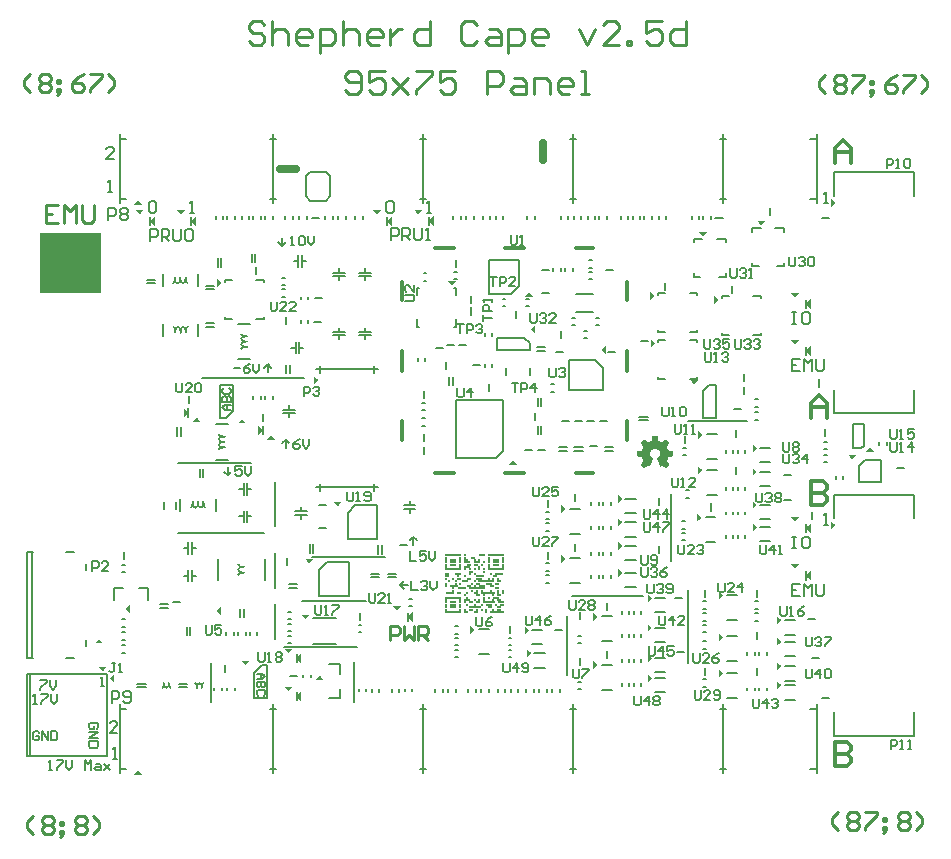
<source format=gbr>
%TF.GenerationSoftware,Altium Limited,Altium Designer,25.3.3 (18)*%
G04 Layer_Color=65535*
%FSLAX45Y45*%
%MOMM*%
%TF.SameCoordinates,95E4F6BA-DA47-4B25-BB43-2529A7C35442*%
%TF.FilePolarity,Positive*%
%TF.FileFunction,Legend,Top*%
%TF.Part,CustomerPanel*%
G01*
G75*
%TA.AperFunction,NonConductor*%
%ADD72C,0.30000*%
%ADD95C,0.20000*%
%ADD96C,0.15000*%
%ADD111C,0.25400*%
%ADD112C,0.70000*%
%ADD113C,0.25000*%
%ADD114R,1.40000X0.14996*%
%ADD115R,0.40000X0.14996*%
%ADD116R,0.20000X0.14996*%
%ADD117R,1.20000X0.14996*%
%ADD118R,0.60000X0.14996*%
%ADD119R,1.00000X0.14996*%
%ADD120R,0.80000X0.14996*%
%ADD121R,0.40000X0.15001*%
%ADD122R,0.60000X0.15001*%
%ADD123R,0.20000X0.15001*%
%ADD124R,1.40000X0.15001*%
G36*
X1946558Y5836500D02*
X1882243D01*
X1914400Y5876500D01*
X1946558Y5836500D01*
D02*
G37*
G36*
X7820989Y5855000D02*
X7782400Y5822843D01*
Y5887157D01*
X7820989Y5855000D01*
D02*
G37*
G36*
X4286321Y5755706D02*
X4254164Y5794294D01*
X4318479D01*
X4286321Y5755706D01*
D02*
G37*
G36*
X3936321D02*
X3904164Y5794294D01*
X3968478D01*
X3936321Y5755706D01*
D02*
G37*
G36*
X2276321D02*
X2244163Y5794294D01*
X2308478D01*
X2276321Y5755706D01*
D02*
G37*
G36*
X1926321D02*
X1894164Y5794294D01*
X1958478D01*
X1926321Y5755706D01*
D02*
G37*
G36*
X7191319Y5660706D02*
X7159162Y5699295D01*
X7223477D01*
X7191319Y5660706D01*
D02*
G37*
G36*
X4417400Y5660000D02*
X4372400Y5700000D01*
X4417400Y5740000D01*
Y5660000D01*
D02*
G37*
G36*
X4067400D02*
X4022400Y5700000D01*
X4067400Y5740000D01*
Y5660000D01*
D02*
G37*
G36*
X2407400D02*
X2362400Y5700000D01*
X2407400Y5740000D01*
Y5660000D01*
D02*
G37*
G36*
X2057400D02*
X2012400Y5700000D01*
X2057400Y5740000D01*
Y5660000D01*
D02*
G37*
G36*
X6696321Y5570706D02*
X6664164Y5609295D01*
X6728479D01*
X6696321Y5570706D01*
D02*
G37*
G36*
X4572401Y5156411D02*
X4540243Y5195000D01*
X4604558D01*
X4572401Y5156411D01*
D02*
G37*
G36*
X2620988Y5175000D02*
X2582400Y5142843D01*
Y5207157D01*
X2620988Y5175000D01*
D02*
G37*
G36*
X5253479Y5060706D02*
X5189164D01*
X5221322Y5099294D01*
X5253479Y5060706D01*
D02*
G37*
G36*
X7476321Y5055706D02*
X7444164Y5094294D01*
X7508479D01*
X7476321Y5055706D01*
D02*
G37*
G36*
X6288989Y5065000D02*
X6250400Y5032843D01*
Y5097157D01*
X6288989Y5065000D01*
D02*
G37*
G36*
X6828989Y5035000D02*
X6790400Y5002843D01*
Y5067158D01*
X6828989Y5035000D01*
D02*
G37*
G36*
X7607400Y4960000D02*
X7562400Y5000000D01*
X7607400Y5040000D01*
Y4960000D01*
D02*
G37*
G36*
X5276695Y4756764D02*
X5238106Y4788921D01*
X5276695Y4821079D01*
Y4756764D01*
D02*
G37*
G36*
X7476321Y4655706D02*
X7444164Y4694294D01*
X7508479D01*
X7476321Y4655706D01*
D02*
G37*
G36*
X6290989Y4665000D02*
X6252400Y4632843D01*
Y4697157D01*
X6290989Y4665000D01*
D02*
G37*
G36*
X5871695Y4576764D02*
X5833106Y4608921D01*
X5871695Y4641079D01*
Y4576764D01*
D02*
G37*
G36*
X7607400Y4560000D02*
X7562400Y4600000D01*
X7607400Y4640000D01*
Y4560000D01*
D02*
G37*
G36*
X3442400Y4351921D02*
X3402400Y4319763D01*
Y4384078D01*
X3442400Y4351921D01*
D02*
G37*
G36*
X6623479Y4315705D02*
X6591321Y4354294D01*
X6655636D01*
X6623479Y4315705D01*
D02*
G37*
G36*
X2342400Y4080000D02*
X2300400Y4040000D01*
Y4120000D01*
X2342400Y4080000D01*
D02*
G37*
G36*
X2440636Y4000706D02*
X2376322D01*
X2408479Y4039295D01*
X2440636Y4000706D01*
D02*
G37*
G36*
X2824558Y3990001D02*
X2760243D01*
X2792400Y4028589D01*
X2824558Y3990001D01*
D02*
G37*
G36*
X2972400Y3930000D02*
X2930400Y3890000D01*
Y3970000D01*
X2972400Y3930000D01*
D02*
G37*
G36*
X6696695Y3891079D02*
X6658106Y3858921D01*
Y3923236D01*
X6696695Y3891079D01*
D02*
G37*
G36*
X3070636Y3850706D02*
X3006322D01*
X3038479Y3889295D01*
X3070636Y3850706D01*
D02*
G37*
G36*
X6311607Y3882083D02*
X6312632D01*
Y3881571D01*
Y3881058D01*
Y3880545D01*
X6313145D01*
Y3880032D01*
Y3879519D01*
Y3879006D01*
Y3878493D01*
Y3877980D01*
X6313658D01*
Y3877467D01*
Y3876954D01*
Y3876441D01*
Y3875928D01*
Y3875415D01*
Y3874902D01*
X6314171D01*
Y3874389D01*
Y3873876D01*
Y3873363D01*
Y3872850D01*
Y3872337D01*
X6314684D01*
Y3871825D01*
Y3871311D01*
Y3870798D01*
Y3870286D01*
Y3869773D01*
X6315197D01*
Y3869259D01*
Y3868747D01*
Y3868234D01*
Y3867721D01*
Y3867208D01*
Y3866695D01*
X6315710D01*
Y3866182D01*
Y3865669D01*
Y3865156D01*
Y3864643D01*
Y3864130D01*
X6316223D01*
Y3863617D01*
Y3863104D01*
Y3862591D01*
Y3862078D01*
Y3861565D01*
X6316736D01*
Y3861052D01*
Y3860539D01*
Y3860026D01*
Y3859513D01*
Y3859001D01*
Y3858488D01*
X6317249D01*
Y3857975D01*
Y3857462D01*
Y3856949D01*
Y3856436D01*
Y3855923D01*
X6317762D01*
Y3855410D01*
Y3854897D01*
Y3854384D01*
Y3853871D01*
Y3853358D01*
Y3852845D01*
X6318275D01*
Y3852332D01*
Y3851819D01*
Y3851306D01*
Y3850793D01*
Y3850280D01*
X6318788D01*
Y3849767D01*
Y3849254D01*
Y3848742D01*
Y3848228D01*
Y3847715D01*
X6319301D01*
Y3847203D01*
Y3846690D01*
Y3846176D01*
Y3845664D01*
Y3845151D01*
Y3844638D01*
X6319814D01*
Y3844125D01*
Y3843612D01*
Y3843099D01*
Y3842586D01*
Y3842073D01*
X6320326D01*
Y3841560D01*
Y3841047D01*
X6320840D01*
Y3840534D01*
X6321865D01*
Y3840021D01*
X6322892D01*
Y3839508D01*
X6324430D01*
Y3838995D01*
X6325456D01*
Y3838482D01*
X6326995D01*
Y3837969D01*
X6328021D01*
Y3837456D01*
X6329047D01*
Y3836943D01*
X6330586D01*
Y3836430D01*
X6331612D01*
Y3835918D01*
X6333151D01*
Y3835405D01*
X6334177D01*
Y3834891D01*
X6335715D01*
Y3834379D01*
X6336741D01*
Y3833866D01*
X6338280D01*
Y3833353D01*
X6339306D01*
Y3832840D01*
X6340332D01*
Y3832327D01*
X6341871D01*
Y3831814D01*
X6342897D01*
Y3831301D01*
X6344436D01*
Y3830788D01*
X6345462D01*
Y3830275D01*
X6347000D01*
Y3829762D01*
X6348026D01*
Y3829249D01*
X6349565D01*
Y3829762D01*
X6350591D01*
Y3830275D01*
X6351104D01*
Y3830788D01*
X6352130D01*
Y3831301D01*
X6352643D01*
Y3831814D01*
X6353156D01*
Y3832327D01*
X6354182D01*
Y3832840D01*
X6354695D01*
Y3833353D01*
X6355721D01*
Y3833866D01*
X6356234D01*
Y3834379D01*
X6357260D01*
Y3834891D01*
X6357773D01*
Y3835405D01*
X6358798D01*
Y3835918D01*
X6359311D01*
Y3836430D01*
X6360337D01*
Y3836943D01*
X6360850D01*
Y3837456D01*
X6361363D01*
Y3837969D01*
X6362389D01*
Y3838482D01*
X6362902D01*
Y3838995D01*
X6363928D01*
Y3839508D01*
X6364441D01*
Y3840021D01*
X6365467D01*
Y3840534D01*
X6365980D01*
Y3841047D01*
X6367006D01*
Y3841560D01*
X6367519D01*
Y3842073D01*
X6368545D01*
Y3842586D01*
X6369058D01*
Y3843099D01*
X6369570D01*
Y3843612D01*
X6370597D01*
Y3844125D01*
X6371109D01*
Y3844638D01*
X6372135D01*
Y3845151D01*
X6372648D01*
Y3845664D01*
X6373674D01*
Y3846176D01*
X6374187D01*
Y3846690D01*
X6375213D01*
Y3847203D01*
X6375726D01*
Y3847715D01*
X6376752D01*
Y3848228D01*
X6377265D01*
Y3848742D01*
X6378291D01*
Y3849254D01*
X6378804D01*
Y3849767D01*
X6379317D01*
Y3850280D01*
X6380343D01*
Y3850793D01*
X6380855D01*
Y3851306D01*
X6381882D01*
Y3851819D01*
X6382394D01*
Y3852332D01*
X6384959D01*
Y3851819D01*
X6385472D01*
Y3851306D01*
X6385985D01*
Y3850793D01*
X6386498D01*
Y3850280D01*
X6387011D01*
Y3849767D01*
X6387524D01*
Y3849254D01*
X6388037D01*
Y3848742D01*
X6388550D01*
Y3848228D01*
X6389063D01*
Y3847715D01*
X6389576D01*
Y3847203D01*
X6390089D01*
Y3846690D01*
X6390602D01*
Y3846176D01*
X6391115D01*
Y3845664D01*
X6391628D01*
Y3845151D01*
X6392141D01*
Y3844638D01*
X6392653D01*
Y3844125D01*
X6393166D01*
Y3843612D01*
X6393680D01*
Y3843099D01*
X6394192D01*
Y3842586D01*
X6394705D01*
Y3842073D01*
X6395219D01*
Y3841560D01*
X6395731D01*
Y3841047D01*
X6396244D01*
Y3840534D01*
X6396757D01*
Y3840021D01*
X6397270D01*
Y3839508D01*
X6397783D01*
Y3838995D01*
X6398296D01*
Y3838482D01*
X6398809D01*
Y3837969D01*
X6399322D01*
Y3837456D01*
X6399835D01*
Y3836943D01*
X6400348D01*
Y3836430D01*
X6400861D01*
Y3835918D01*
X6401374D01*
Y3835405D01*
X6401887D01*
Y3834891D01*
X6402400D01*
Y3834379D01*
X6402913D01*
Y3833866D01*
X6403426D01*
Y3833353D01*
X6403938D01*
Y3832840D01*
X6404452D01*
Y3832327D01*
X6404965D01*
Y3831814D01*
X6405477D01*
Y3831301D01*
X6405990D01*
Y3830788D01*
X6406503D01*
Y3830275D01*
X6407016D01*
Y3829762D01*
X6407529D01*
Y3829249D01*
X6408042D01*
Y3828736D01*
X6408555D01*
Y3828223D01*
X6409068D01*
Y3827710D01*
X6409581D01*
Y3827197D01*
X6410094D01*
Y3826684D01*
X6410607D01*
Y3826171D01*
X6411120D01*
Y3825658D01*
X6411633D01*
Y3825145D01*
X6412146D01*
Y3824632D01*
X6412659D01*
Y3824120D01*
X6413172D01*
Y3823607D01*
Y3823093D01*
Y3822581D01*
Y3822068D01*
Y3821554D01*
X6412659D01*
Y3821042D01*
X6412146D01*
Y3820529D01*
Y3820016D01*
X6411633D01*
Y3819503D01*
X6411120D01*
Y3818990D01*
Y3818477D01*
X6410607D01*
Y3817964D01*
X6410094D01*
Y3817451D01*
Y3816938D01*
X6409581D01*
Y3816425D01*
X6409068D01*
Y3815912D01*
X6408555D01*
Y3815399D01*
Y3814886D01*
X6408042D01*
Y3814373D01*
X6407529D01*
Y3813860D01*
Y3813347D01*
X6407016D01*
Y3812835D01*
X6406503D01*
Y3812321D01*
Y3811808D01*
X6405990D01*
Y3811296D01*
X6405477D01*
Y3810783D01*
Y3810270D01*
X6404965D01*
Y3809757D01*
X6404452D01*
Y3809244D01*
Y3808731D01*
X6403938D01*
Y3808218D01*
X6403426D01*
Y3807705D01*
X6402913D01*
Y3807192D01*
Y3806679D01*
X6402400D01*
Y3806166D01*
X6401887D01*
Y3805653D01*
Y3805140D01*
X6401374D01*
Y3804627D01*
X6400861D01*
Y3804114D01*
Y3803601D01*
X6400348D01*
Y3803088D01*
X6399835D01*
Y3802575D01*
Y3802062D01*
X6399322D01*
Y3801549D01*
X6398809D01*
Y3801037D01*
Y3800524D01*
X6398296D01*
Y3800010D01*
X6397783D01*
Y3799498D01*
X6397270D01*
Y3798985D01*
Y3798471D01*
X6396757D01*
Y3797959D01*
X6396244D01*
Y3797446D01*
Y3796933D01*
X6395731D01*
Y3796420D01*
X6395219D01*
Y3795907D01*
Y3795394D01*
X6394705D01*
Y3794881D01*
X6394192D01*
Y3794368D01*
Y3793855D01*
X6393680D01*
Y3793342D01*
X6393166D01*
Y3792829D01*
Y3792316D01*
X6392653D01*
Y3791803D01*
X6392141D01*
Y3791290D01*
Y3790777D01*
X6391628D01*
Y3790264D01*
X6391115D01*
Y3789752D01*
Y3789238D01*
X6390602D01*
Y3788725D01*
Y3788213D01*
Y3787700D01*
X6391115D01*
Y3787186D01*
Y3786674D01*
Y3786161D01*
X6391628D01*
Y3785648D01*
Y3785135D01*
X6392141D01*
Y3784622D01*
Y3784109D01*
X6392653D01*
Y3783596D01*
Y3783083D01*
Y3782570D01*
X6393166D01*
Y3782057D01*
Y3781544D01*
X6393680D01*
Y3781031D01*
Y3780518D01*
X6394192D01*
Y3780005D01*
Y3779492D01*
Y3778979D01*
X6394705D01*
Y3778466D01*
Y3777953D01*
X6395219D01*
Y3777441D01*
Y3776927D01*
X6395731D01*
Y3776415D01*
Y3775902D01*
Y3775388D01*
X6396244D01*
Y3774876D01*
Y3774363D01*
X6396757D01*
Y3773850D01*
Y3773337D01*
X6397270D01*
Y3772824D01*
Y3772311D01*
Y3771798D01*
X6397783D01*
Y3771285D01*
Y3770772D01*
X6398296D01*
Y3770259D01*
Y3769746D01*
X6398809D01*
Y3769233D01*
Y3768720D01*
Y3768207D01*
X6399322D01*
Y3767694D01*
Y3767181D01*
X6399835D01*
Y3766669D01*
Y3766155D01*
X6400348D01*
Y3765642D01*
Y3765130D01*
Y3764616D01*
X6400861D01*
Y3764103D01*
Y3763591D01*
X6401374D01*
Y3763078D01*
Y3762565D01*
X6401887D01*
Y3762052D01*
Y3761539D01*
Y3761026D01*
X6402400D01*
Y3760513D01*
Y3760000D01*
X6402913D01*
Y3759487D01*
X6403938D01*
Y3758974D01*
X6405477D01*
Y3758461D01*
X6408555D01*
Y3757948D01*
X6411120D01*
Y3757435D01*
X6413685D01*
Y3756922D01*
X6416763D01*
Y3756409D01*
X6419327D01*
Y3755896D01*
X6422405D01*
Y3755383D01*
X6424970D01*
Y3754870D01*
X6427535D01*
Y3754357D01*
X6430612D01*
Y3753844D01*
X6433177D01*
Y3753332D01*
X6435742D01*
Y3752819D01*
X6438820D01*
Y3752305D01*
X6441385D01*
Y3751793D01*
X6442923D01*
Y3751280D01*
Y3750767D01*
X6443436D01*
Y3750254D01*
Y3749741D01*
Y3749228D01*
Y3748715D01*
Y3748202D01*
Y3747689D01*
Y3747176D01*
Y3746663D01*
Y3746150D01*
Y3745637D01*
Y3745124D01*
Y3744611D01*
Y3744098D01*
Y3743585D01*
Y3743072D01*
Y3742559D01*
Y3742047D01*
Y3741533D01*
Y3741020D01*
Y3740508D01*
Y3739995D01*
Y3739481D01*
Y3738969D01*
Y3738456D01*
Y3737943D01*
Y3737430D01*
Y3736917D01*
Y3736404D01*
Y3735891D01*
Y3735378D01*
Y3734865D01*
Y3734352D01*
Y3733839D01*
Y3733326D01*
Y3732813D01*
Y3732300D01*
Y3731787D01*
Y3731274D01*
Y3730761D01*
Y3730248D01*
Y3729735D01*
Y3729222D01*
Y3728710D01*
Y3728197D01*
Y3727684D01*
Y3727171D01*
Y3726658D01*
Y3726145D01*
Y3725632D01*
Y3725119D01*
Y3724606D01*
Y3724093D01*
Y3723580D01*
Y3723067D01*
Y3722554D01*
Y3722041D01*
Y3721528D01*
Y3721015D01*
Y3720502D01*
Y3719989D01*
Y3719476D01*
Y3718963D01*
Y3718450D01*
Y3717937D01*
Y3717425D01*
Y3716912D01*
Y3716398D01*
Y3715886D01*
Y3715373D01*
Y3714860D01*
Y3714347D01*
Y3713834D01*
Y3713321D01*
Y3712808D01*
Y3712295D01*
Y3711782D01*
Y3711269D01*
Y3710756D01*
Y3710243D01*
X6442923D01*
Y3709730D01*
X6442410D01*
Y3709217D01*
X6440872D01*
Y3708704D01*
X6438307D01*
Y3708191D01*
X6435229D01*
Y3707678D01*
X6432664D01*
Y3707165D01*
X6429587D01*
Y3706652D01*
X6427021D01*
Y3706140D01*
X6424457D01*
Y3705627D01*
X6421379D01*
Y3705113D01*
X6418814D01*
Y3704601D01*
X6416250D01*
Y3704088D01*
X6413172D01*
Y3703575D01*
X6410607D01*
Y3703062D01*
X6407529D01*
Y3702549D01*
X6404965D01*
Y3702036D01*
X6404452D01*
Y3701523D01*
X6403938D01*
Y3701010D01*
X6403426D01*
Y3700497D01*
Y3699984D01*
X6402913D01*
Y3699471D01*
Y3698958D01*
X6402400D01*
Y3698445D01*
Y3697932D01*
Y3697419D01*
X6401887D01*
Y3696906D01*
Y3696393D01*
X6401374D01*
Y3695880D01*
Y3695367D01*
Y3694854D01*
X6400861D01*
Y3694342D01*
Y3693829D01*
X6400348D01*
Y3693315D01*
Y3692803D01*
Y3692290D01*
X6399835D01*
Y3691776D01*
Y3691264D01*
X6399322D01*
Y3690751D01*
Y3690238D01*
Y3689725D01*
X6398809D01*
Y3689212D01*
Y3688699D01*
X6398296D01*
Y3688186D01*
Y3687673D01*
Y3687160D01*
X6397783D01*
Y3686647D01*
Y3686134D01*
X6397270D01*
Y3685621D01*
Y3685108D01*
Y3684595D01*
X6396757D01*
Y3684082D01*
Y3683569D01*
X6396244D01*
Y3683057D01*
Y3682543D01*
Y3682030D01*
X6395731D01*
Y3681518D01*
Y3681005D01*
X6395219D01*
Y3680492D01*
Y3679979D01*
Y3679466D01*
X6394705D01*
Y3678953D01*
Y3678440D01*
X6394192D01*
Y3677927D01*
Y3677414D01*
Y3676901D01*
X6393680D01*
Y3676388D01*
Y3675875D01*
X6393166D01*
Y3675362D01*
Y3674849D01*
Y3674336D01*
X6392653D01*
Y3673823D01*
Y3673310D01*
X6392141D01*
Y3672797D01*
Y3672284D01*
Y3671771D01*
X6391628D01*
Y3671258D01*
Y3670746D01*
Y3670232D01*
X6392141D01*
Y3669720D01*
Y3669207D01*
X6392653D01*
Y3668693D01*
X6393166D01*
Y3668181D01*
Y3667668D01*
X6393680D01*
Y3667155D01*
X6394192D01*
Y3666642D01*
Y3666129D01*
X6394705D01*
Y3665616D01*
X6395219D01*
Y3665103D01*
X6395731D01*
Y3664590D01*
Y3664077D01*
X6396244D01*
Y3663564D01*
X6396757D01*
Y3663051D01*
Y3662538D01*
X6397270D01*
Y3662025D01*
X6397783D01*
Y3661512D01*
Y3660999D01*
X6398296D01*
Y3660486D01*
X6398809D01*
Y3659974D01*
Y3659460D01*
X6399322D01*
Y3658947D01*
X6399835D01*
Y3658435D01*
Y3657922D01*
X6400348D01*
Y3657408D01*
X6400861D01*
Y3656896D01*
X6401374D01*
Y3656383D01*
Y3655870D01*
X6401887D01*
Y3655357D01*
X6402400D01*
Y3654844D01*
Y3654331D01*
X6402913D01*
Y3653818D01*
X6403426D01*
Y3653305D01*
Y3652792D01*
X6403938D01*
Y3652279D01*
X6404452D01*
Y3651766D01*
Y3651253D01*
X6404965D01*
Y3650740D01*
X6405477D01*
Y3650227D01*
Y3649714D01*
X6405990D01*
Y3649201D01*
X6406503D01*
Y3648688D01*
Y3648175D01*
X6407016D01*
Y3647663D01*
X6407529D01*
Y3647149D01*
X6408042D01*
Y3646637D01*
Y3646124D01*
X6408555D01*
Y3645610D01*
X6409068D01*
Y3645098D01*
Y3644585D01*
X6409581D01*
Y3644072D01*
X6410094D01*
Y3643559D01*
Y3643046D01*
X6410607D01*
Y3642533D01*
X6411120D01*
Y3642020D01*
Y3641507D01*
X6411633D01*
Y3640994D01*
X6412146D01*
Y3640481D01*
Y3639968D01*
X6412659D01*
Y3639455D01*
X6413172D01*
Y3638942D01*
Y3638429D01*
Y3637916D01*
Y3637403D01*
Y3636890D01*
X6412659D01*
Y3636377D01*
X6412146D01*
Y3635864D01*
X6411633D01*
Y3635352D01*
X6411120D01*
Y3634838D01*
X6410607D01*
Y3634325D01*
X6410094D01*
Y3633813D01*
X6409581D01*
Y3633300D01*
X6409068D01*
Y3632786D01*
X6408555D01*
Y3632274D01*
X6408042D01*
Y3631761D01*
X6407529D01*
Y3631248D01*
X6407016D01*
Y3630735D01*
X6406503D01*
Y3630222D01*
X6405990D01*
Y3629709D01*
X6405477D01*
Y3629196D01*
X6404965D01*
Y3628683D01*
X6404452D01*
Y3628170D01*
X6403938D01*
Y3627657D01*
X6403426D01*
Y3627144D01*
X6402913D01*
Y3626631D01*
X6402400D01*
Y3626118D01*
X6401887D01*
Y3625605D01*
X6401374D01*
Y3625092D01*
X6400861D01*
Y3624579D01*
X6400348D01*
Y3624066D01*
X6399835D01*
Y3623553D01*
X6399322D01*
Y3623041D01*
X6398809D01*
Y3622527D01*
X6398296D01*
Y3622015D01*
X6397783D01*
Y3621502D01*
X6397270D01*
Y3620989D01*
X6396757D01*
Y3620476D01*
X6396244D01*
Y3619963D01*
X6395731D01*
Y3619450D01*
X6395219D01*
Y3618937D01*
X6394705D01*
Y3618424D01*
X6394192D01*
Y3617911D01*
X6393680D01*
Y3617398D01*
X6393166D01*
Y3616885D01*
X6392653D01*
Y3616372D01*
X6392141D01*
Y3615859D01*
X6391628D01*
Y3615346D01*
X6391115D01*
Y3614833D01*
X6390602D01*
Y3614320D01*
X6390089D01*
Y3613807D01*
X6389576D01*
Y3613294D01*
X6389063D01*
Y3612781D01*
X6388550D01*
Y3612269D01*
X6388037D01*
Y3611755D01*
X6387524D01*
Y3611242D01*
X6387011D01*
Y3610730D01*
X6386498D01*
Y3610217D01*
X6385985D01*
Y3609703D01*
X6385472D01*
Y3609191D01*
X6384446D01*
Y3608678D01*
X6382907D01*
Y3609191D01*
X6381882D01*
Y3609703D01*
X6381368D01*
Y3610217D01*
X6380343D01*
Y3610730D01*
X6379830D01*
Y3611242D01*
X6378804D01*
Y3611755D01*
X6378291D01*
Y3612269D01*
X6377265D01*
Y3612781D01*
X6376752D01*
Y3613294D01*
X6375726D01*
Y3613807D01*
X6375213D01*
Y3614320D01*
X6374700D01*
Y3614833D01*
X6373674D01*
Y3615346D01*
X6373161D01*
Y3615859D01*
X6372135D01*
Y3616372D01*
X6371622D01*
Y3616885D01*
X6370597D01*
Y3617398D01*
X6370083D01*
Y3617911D01*
X6369058D01*
Y3618424D01*
X6368545D01*
Y3618937D01*
X6367519D01*
Y3619450D01*
X6367006D01*
Y3619963D01*
X6366493D01*
Y3620476D01*
X6365467D01*
Y3620989D01*
X6364954D01*
Y3621502D01*
X6363928D01*
Y3622015D01*
X6363415D01*
Y3622527D01*
X6362389D01*
Y3623041D01*
X6361876D01*
Y3623553D01*
X6360850D01*
Y3624066D01*
X6360337D01*
Y3624579D01*
X6359311D01*
Y3625092D01*
X6358798D01*
Y3625605D01*
X6358285D01*
Y3626118D01*
X6357260D01*
Y3626631D01*
X6356747D01*
Y3627144D01*
X6355721D01*
Y3627657D01*
X6355208D01*
Y3628170D01*
X6354182D01*
Y3628683D01*
X6353669D01*
Y3629196D01*
X6352643D01*
Y3629709D01*
X6350078D01*
Y3629196D01*
X6349052D01*
Y3628683D01*
X6348539D01*
Y3628170D01*
X6347514D01*
Y3627657D01*
X6346487D01*
Y3627144D01*
X6345462D01*
Y3626631D01*
X6344436D01*
Y3626118D01*
X6343410D01*
Y3625605D01*
X6342384D01*
Y3625092D01*
X6341358D01*
Y3624579D01*
X6340845D01*
Y3624066D01*
X6339819D01*
Y3623553D01*
X6338793D01*
Y3623041D01*
X6337767D01*
Y3622527D01*
X6335202D01*
Y3623041D01*
X6334690D01*
Y3623553D01*
Y3624066D01*
X6334177D01*
Y3624579D01*
Y3625092D01*
Y3625605D01*
X6333663D01*
Y3626118D01*
Y3626631D01*
X6333151D01*
Y3627144D01*
Y3627657D01*
X6332638D01*
Y3628170D01*
Y3628683D01*
Y3629196D01*
X6332125D01*
Y3629709D01*
Y3630222D01*
X6331612D01*
Y3630735D01*
Y3631248D01*
Y3631761D01*
X6331099D01*
Y3632274D01*
Y3632786D01*
X6330586D01*
Y3633300D01*
Y3633813D01*
Y3634325D01*
X6330073D01*
Y3634838D01*
Y3635352D01*
X6329560D01*
Y3635864D01*
Y3636377D01*
X6329047D01*
Y3636890D01*
Y3637403D01*
Y3637916D01*
X6328534D01*
Y3638429D01*
Y3638942D01*
X6328021D01*
Y3639455D01*
Y3639968D01*
Y3640481D01*
X6327508D01*
Y3640994D01*
Y3641507D01*
X6326995D01*
Y3642020D01*
Y3642533D01*
X6326482D01*
Y3643046D01*
Y3643559D01*
Y3644072D01*
X6325969D01*
Y3644585D01*
Y3645098D01*
X6325456D01*
Y3645610D01*
Y3646124D01*
Y3646637D01*
X6324943D01*
Y3647149D01*
Y3647663D01*
X6324430D01*
Y3648175D01*
Y3648688D01*
Y3649201D01*
X6323917D01*
Y3649714D01*
Y3650227D01*
X6323404D01*
Y3650740D01*
Y3651253D01*
X6322892D01*
Y3651766D01*
Y3652279D01*
Y3652792D01*
X6322379D01*
Y3653305D01*
Y3653818D01*
X6321865D01*
Y3654331D01*
Y3654844D01*
Y3655357D01*
X6321353D01*
Y3655870D01*
Y3656383D01*
X6320840D01*
Y3656896D01*
Y3657408D01*
X6320326D01*
Y3657922D01*
Y3658435D01*
Y3658947D01*
X6319814D01*
Y3659460D01*
Y3659974D01*
X6319301D01*
Y3660486D01*
Y3660999D01*
Y3661512D01*
X6318788D01*
Y3662025D01*
Y3662538D01*
X6318275D01*
Y3663051D01*
Y3663564D01*
Y3664077D01*
X6317762D01*
Y3664590D01*
Y3665103D01*
X6317249D01*
Y3665616D01*
Y3666129D01*
X6316736D01*
Y3666642D01*
Y3667155D01*
Y3667668D01*
X6316223D01*
Y3668181D01*
Y3668693D01*
X6315710D01*
Y3669207D01*
Y3669720D01*
Y3670232D01*
X6315197D01*
Y3670746D01*
Y3671258D01*
X6314684D01*
Y3671771D01*
Y3672284D01*
X6314171D01*
Y3672797D01*
Y3673310D01*
Y3673823D01*
X6313658D01*
Y3674336D01*
Y3674849D01*
X6313145D01*
Y3675362D01*
Y3675875D01*
Y3676388D01*
X6312632D01*
Y3676901D01*
Y3677414D01*
X6312119D01*
Y3677927D01*
Y3678440D01*
Y3678953D01*
X6311607D01*
Y3679466D01*
Y3679979D01*
X6311093D01*
Y3680492D01*
Y3681005D01*
X6310580D01*
Y3681518D01*
Y3682030D01*
Y3682543D01*
X6310068D01*
Y3683057D01*
Y3683569D01*
X6309555D01*
Y3684082D01*
Y3684595D01*
Y3685108D01*
X6309042D01*
Y3685621D01*
Y3686134D01*
X6308529D01*
Y3686647D01*
Y3687160D01*
X6308016D01*
Y3687673D01*
Y3688186D01*
Y3688699D01*
X6307503D01*
Y3689212D01*
Y3689725D01*
X6308016D01*
Y3690238D01*
Y3690751D01*
X6308529D01*
Y3691264D01*
X6309042D01*
Y3691776D01*
X6310068D01*
Y3692290D01*
X6310580D01*
Y3692803D01*
X6311607D01*
Y3693315D01*
X6312119D01*
Y3693829D01*
X6313145D01*
Y3694342D01*
X6313658D01*
Y3694854D01*
X6314171D01*
Y3695367D01*
X6315197D01*
Y3695880D01*
X6315710D01*
Y3696393D01*
X6316736D01*
Y3696906D01*
X6317249D01*
Y3697419D01*
X6317762D01*
Y3697932D01*
X6318275D01*
Y3698445D01*
X6319301D01*
Y3698958D01*
X6319814D01*
Y3699471D01*
X6320326D01*
Y3699984D01*
X6320840D01*
Y3700497D01*
X6321353D01*
Y3701010D01*
X6321865D01*
Y3701523D01*
X6322379D01*
Y3702036D01*
X6322892D01*
Y3702549D01*
X6323404D01*
Y3703062D01*
Y3703575D01*
X6323917D01*
Y3704088D01*
X6324430D01*
Y3704601D01*
X6324943D01*
Y3705113D01*
X6325456D01*
Y3705627D01*
Y3706140D01*
X6325969D01*
Y3706652D01*
X6326482D01*
Y3707165D01*
Y3707678D01*
X6326995D01*
Y3708191D01*
X6327508D01*
Y3708704D01*
Y3709217D01*
X6328021D01*
Y3709730D01*
Y3710243D01*
X6328534D01*
Y3710756D01*
Y3711269D01*
X6329047D01*
Y3711782D01*
Y3712295D01*
X6329560D01*
Y3712808D01*
Y3713321D01*
X6330073D01*
Y3713834D01*
Y3714347D01*
X6330586D01*
Y3714860D01*
Y3715373D01*
X6331099D01*
Y3715886D01*
Y3716398D01*
Y3716912D01*
X6331612D01*
Y3717425D01*
Y3717937D01*
Y3718450D01*
X6332125D01*
Y3718963D01*
Y3719476D01*
Y3719989D01*
Y3720502D01*
X6332638D01*
Y3721015D01*
Y3721528D01*
Y3722041D01*
Y3722554D01*
Y3723067D01*
X6333151D01*
Y3723580D01*
Y3724093D01*
Y3724606D01*
Y3725119D01*
Y3725632D01*
Y3726145D01*
Y3726658D01*
X6333663D01*
Y3727171D01*
Y3727684D01*
Y3728197D01*
Y3728710D01*
Y3729222D01*
Y3729735D01*
Y3730248D01*
Y3730761D01*
Y3731274D01*
Y3731787D01*
Y3732300D01*
Y3732813D01*
Y3733326D01*
Y3733839D01*
X6333151D01*
Y3734352D01*
Y3734865D01*
Y3735378D01*
Y3735891D01*
Y3736404D01*
Y3736917D01*
Y3737430D01*
X6332638D01*
Y3737943D01*
Y3738456D01*
Y3738969D01*
Y3739481D01*
Y3739995D01*
X6332125D01*
Y3740508D01*
Y3741020D01*
Y3741533D01*
Y3742047D01*
X6331612D01*
Y3742559D01*
Y3743072D01*
Y3743585D01*
X6331099D01*
Y3744098D01*
Y3744611D01*
Y3745124D01*
X6330586D01*
Y3745637D01*
Y3746150D01*
X6330073D01*
Y3746663D01*
Y3747176D01*
Y3747689D01*
X6329560D01*
Y3748202D01*
Y3748715D01*
X6329047D01*
Y3749228D01*
Y3749741D01*
X6328534D01*
Y3750254D01*
Y3750767D01*
X6328021D01*
Y3751280D01*
X6327508D01*
Y3751793D01*
Y3752305D01*
X6326995D01*
Y3752819D01*
Y3753332D01*
X6326482D01*
Y3753844D01*
X6325969D01*
Y3754357D01*
Y3754870D01*
X6325456D01*
Y3755383D01*
X6324943D01*
Y3755896D01*
X6324430D01*
Y3756409D01*
Y3756922D01*
X6323917D01*
Y3757435D01*
X6323404D01*
Y3757948D01*
X6322892D01*
Y3758461D01*
X6322379D01*
Y3758974D01*
X6321865D01*
Y3759487D01*
X6321353D01*
Y3760000D01*
X6320840D01*
Y3760513D01*
X6320326D01*
Y3761026D01*
X6319814D01*
Y3761539D01*
X6319301D01*
Y3762052D01*
X6318788D01*
Y3762565D01*
X6318275D01*
Y3763078D01*
X6317762D01*
Y3763591D01*
X6316736D01*
Y3764103D01*
X6316223D01*
Y3764616D01*
X6315197D01*
Y3765130D01*
X6314684D01*
Y3765642D01*
X6313658D01*
Y3766155D01*
X6313145D01*
Y3766669D01*
X6312119D01*
Y3767181D01*
X6311093D01*
Y3767694D01*
X6310068D01*
Y3768207D01*
X6309042D01*
Y3768720D01*
X6308016D01*
Y3769233D01*
X6306990D01*
Y3769746D01*
X6305451D01*
Y3770259D01*
X6303912D01*
Y3770772D01*
X6302373D01*
Y3771285D01*
X6300321D01*
Y3771798D01*
X6297243D01*
Y3772311D01*
X6285446D01*
Y3771798D01*
X6282368D01*
Y3771285D01*
X6280316D01*
Y3770772D01*
X6278777D01*
Y3770259D01*
X6277238D01*
Y3769746D01*
X6275699D01*
Y3769233D01*
X6274674D01*
Y3768720D01*
X6273648D01*
Y3768207D01*
X6272622D01*
Y3767694D01*
X6271596D01*
Y3767181D01*
X6270570D01*
Y3766669D01*
X6269544D01*
Y3766155D01*
X6269031D01*
Y3765642D01*
X6268005D01*
Y3765130D01*
X6267492D01*
Y3764616D01*
X6266466D01*
Y3764103D01*
X6265953D01*
Y3763591D01*
X6265440D01*
Y3763078D01*
X6264927D01*
Y3762565D01*
X6263902D01*
Y3762052D01*
X6263388D01*
Y3761539D01*
X6262875D01*
Y3761026D01*
X6262363D01*
Y3760513D01*
X6261850D01*
Y3760000D01*
X6261337D01*
Y3759487D01*
X6260824D01*
Y3758974D01*
X6260311D01*
Y3758461D01*
X6259798D01*
Y3757948D01*
X6259285D01*
Y3757435D01*
X6258772D01*
Y3756922D01*
Y3756409D01*
X6258259D01*
Y3755896D01*
X6257746D01*
Y3755383D01*
X6257233D01*
Y3754870D01*
Y3754357D01*
X6256720D01*
Y3753844D01*
X6256207D01*
Y3753332D01*
Y3752819D01*
X6255694D01*
Y3752305D01*
X6255181D01*
Y3751793D01*
Y3751280D01*
X6254668D01*
Y3750767D01*
Y3750254D01*
X6254155D01*
Y3749741D01*
Y3749228D01*
X6253642D01*
Y3748715D01*
Y3748202D01*
X6253129D01*
Y3747689D01*
Y3747176D01*
X6252616D01*
Y3746663D01*
Y3746150D01*
X6252104D01*
Y3745637D01*
Y3745124D01*
Y3744611D01*
X6251590D01*
Y3744098D01*
Y3743585D01*
Y3743072D01*
X6251077D01*
Y3742559D01*
Y3742047D01*
Y3741533D01*
X6250565D01*
Y3741020D01*
Y3740508D01*
Y3739995D01*
Y3739481D01*
X6250052D01*
Y3738969D01*
Y3738456D01*
Y3737943D01*
Y3737430D01*
Y3736917D01*
X6249539D01*
Y3736404D01*
Y3735891D01*
Y3735378D01*
Y3734865D01*
Y3734352D01*
Y3733839D01*
Y3733326D01*
Y3732813D01*
Y3732300D01*
Y3731787D01*
X6249026D01*
Y3731274D01*
Y3730761D01*
Y3730248D01*
Y3729735D01*
Y3729222D01*
Y3728710D01*
X6249539D01*
Y3728197D01*
Y3727684D01*
Y3727171D01*
Y3726658D01*
Y3726145D01*
Y3725632D01*
Y3725119D01*
Y3724606D01*
Y3724093D01*
Y3723580D01*
X6250052D01*
Y3723067D01*
Y3722554D01*
Y3722041D01*
Y3721528D01*
Y3721015D01*
X6250565D01*
Y3720502D01*
Y3719989D01*
Y3719476D01*
Y3718963D01*
X6251077D01*
Y3718450D01*
Y3717937D01*
Y3717425D01*
X6251590D01*
Y3716912D01*
Y3716398D01*
Y3715886D01*
X6252104D01*
Y3715373D01*
Y3714860D01*
X6252616D01*
Y3714347D01*
Y3713834D01*
Y3713321D01*
X6253129D01*
Y3712808D01*
Y3712295D01*
X6253642D01*
Y3711782D01*
Y3711269D01*
X6254155D01*
Y3710756D01*
Y3710243D01*
X6254668D01*
Y3709730D01*
Y3709217D01*
X6255181D01*
Y3708704D01*
X6255694D01*
Y3708191D01*
Y3707678D01*
X6256207D01*
Y3707165D01*
X6256720D01*
Y3706652D01*
Y3706140D01*
X6257233D01*
Y3705627D01*
X6257746D01*
Y3705113D01*
Y3704601D01*
X6258259D01*
Y3704088D01*
X6258772D01*
Y3703575D01*
X6259285D01*
Y3703062D01*
X6259798D01*
Y3702549D01*
X6260311D01*
Y3702036D01*
Y3701523D01*
X6260824D01*
Y3701010D01*
X6261337D01*
Y3700497D01*
X6261850D01*
Y3699984D01*
X6262363D01*
Y3699471D01*
X6263388D01*
Y3698958D01*
X6263902D01*
Y3698445D01*
X6264414D01*
Y3697932D01*
X6264927D01*
Y3697419D01*
X6265440D01*
Y3696906D01*
X6266466D01*
Y3696393D01*
X6266979D01*
Y3695880D01*
X6267492D01*
Y3695367D01*
X6268518D01*
Y3694854D01*
X6269031D01*
Y3694342D01*
X6269544D01*
Y3693829D01*
X6270570D01*
Y3693315D01*
X6271083D01*
Y3692803D01*
X6272109D01*
Y3692290D01*
X6273135D01*
Y3691776D01*
X6273648D01*
Y3691264D01*
X6274674D01*
Y3690751D01*
Y3690238D01*
X6275187D01*
Y3689725D01*
Y3689212D01*
Y3688699D01*
Y3688186D01*
X6274674D01*
Y3687673D01*
Y3687160D01*
X6274160D01*
Y3686647D01*
Y3686134D01*
Y3685621D01*
X6273648D01*
Y3685108D01*
Y3684595D01*
X6273135D01*
Y3684082D01*
Y3683569D01*
X6272622D01*
Y3683057D01*
Y3682543D01*
Y3682030D01*
X6272109D01*
Y3681518D01*
Y3681005D01*
X6271596D01*
Y3680492D01*
Y3679979D01*
Y3679466D01*
X6271083D01*
Y3678953D01*
Y3678440D01*
X6270570D01*
Y3677927D01*
Y3677414D01*
X6270057D01*
Y3676901D01*
Y3676388D01*
Y3675875D01*
X6269544D01*
Y3675362D01*
Y3674849D01*
X6269031D01*
Y3674336D01*
Y3673823D01*
Y3673310D01*
X6268518D01*
Y3672797D01*
Y3672284D01*
X6268005D01*
Y3671771D01*
Y3671258D01*
Y3670746D01*
X6267492D01*
Y3670232D01*
Y3669720D01*
X6266979D01*
Y3669207D01*
Y3668693D01*
X6266466D01*
Y3668181D01*
Y3667668D01*
Y3667155D01*
X6265953D01*
Y3666642D01*
Y3666129D01*
X6265440D01*
Y3665616D01*
Y3665103D01*
Y3664590D01*
X6264927D01*
Y3664077D01*
Y3663564D01*
X6264414D01*
Y3663051D01*
Y3662538D01*
X6263902D01*
Y3662025D01*
Y3661512D01*
Y3660999D01*
X6263388D01*
Y3660486D01*
Y3659974D01*
X6262875D01*
Y3659460D01*
Y3658947D01*
Y3658435D01*
X6262363D01*
Y3657922D01*
Y3657408D01*
X6261850D01*
Y3656896D01*
Y3656383D01*
Y3655870D01*
X6261337D01*
Y3655357D01*
Y3654844D01*
X6260824D01*
Y3654331D01*
Y3653818D01*
X6260311D01*
Y3653305D01*
Y3652792D01*
Y3652279D01*
X6259798D01*
Y3651766D01*
Y3651253D01*
X6259285D01*
Y3650740D01*
Y3650227D01*
Y3649714D01*
X6258772D01*
Y3649201D01*
Y3648688D01*
X6258259D01*
Y3648175D01*
Y3647663D01*
X6257746D01*
Y3647149D01*
Y3646637D01*
Y3646124D01*
X6257233D01*
Y3645610D01*
Y3645098D01*
X6256720D01*
Y3644585D01*
Y3644072D01*
Y3643559D01*
X6256207D01*
Y3643046D01*
Y3642533D01*
X6255694D01*
Y3642020D01*
Y3641507D01*
Y3640994D01*
X6255181D01*
Y3640481D01*
Y3639968D01*
X6254668D01*
Y3639455D01*
Y3638942D01*
X6254155D01*
Y3638429D01*
Y3637916D01*
Y3637403D01*
X6253642D01*
Y3636890D01*
Y3636377D01*
X6253129D01*
Y3635864D01*
Y3635352D01*
Y3634838D01*
X6252616D01*
Y3634325D01*
Y3633813D01*
X6252104D01*
Y3633300D01*
Y3632786D01*
X6251590D01*
Y3632274D01*
Y3631761D01*
Y3631248D01*
X6251077D01*
Y3630735D01*
Y3630222D01*
X6250565D01*
Y3629709D01*
Y3629196D01*
Y3628683D01*
X6250052D01*
Y3628170D01*
Y3627657D01*
X6249539D01*
Y3627144D01*
Y3626631D01*
Y3626118D01*
X6249026D01*
Y3625605D01*
Y3625092D01*
X6248513D01*
Y3624579D01*
Y3624066D01*
X6248000D01*
Y3623553D01*
Y3623041D01*
X6247487D01*
Y3622527D01*
X6244922D01*
Y3623041D01*
X6243896D01*
Y3623553D01*
X6243383D01*
Y3624066D01*
X6242357D01*
Y3624579D01*
X6241331D01*
Y3625092D01*
X6240305D01*
Y3625605D01*
X6239280D01*
Y3626118D01*
X6238253D01*
Y3626631D01*
X6237228D01*
Y3627144D01*
X6236202D01*
Y3627657D01*
X6235689D01*
Y3628170D01*
X6234663D01*
Y3628683D01*
X6233637D01*
Y3629196D01*
X6232611D01*
Y3629709D01*
X6230046D01*
Y3629196D01*
X6229020D01*
Y3628683D01*
X6228507D01*
Y3628170D01*
X6227995D01*
Y3627657D01*
X6226969D01*
Y3627144D01*
X6226456D01*
Y3626631D01*
X6225430D01*
Y3626118D01*
X6224917D01*
Y3625605D01*
X6223891D01*
Y3625092D01*
X6223378D01*
Y3624579D01*
X6222352D01*
Y3624066D01*
X6221839D01*
Y3623553D01*
X6220813D01*
Y3623041D01*
X6220300D01*
Y3622527D01*
X6219787D01*
Y3622015D01*
X6218761D01*
Y3621502D01*
X6218248D01*
Y3620989D01*
X6217222D01*
Y3620476D01*
X6216709D01*
Y3619963D01*
X6215684D01*
Y3619450D01*
X6215170D01*
Y3618937D01*
X6214145D01*
Y3618424D01*
X6213632D01*
Y3617911D01*
X6212606D01*
Y3617398D01*
X6212093D01*
Y3616885D01*
X6211580D01*
Y3616372D01*
X6210554D01*
Y3615859D01*
X6210041D01*
Y3615346D01*
X6209015D01*
Y3614833D01*
X6208502D01*
Y3614320D01*
X6207476D01*
Y3613807D01*
X6206963D01*
Y3613294D01*
X6205937D01*
Y3612781D01*
X6205424D01*
Y3612269D01*
X6204399D01*
Y3611755D01*
X6203885D01*
Y3611242D01*
X6202860D01*
Y3610730D01*
X6202347D01*
Y3610217D01*
X6201834D01*
Y3609703D01*
X6200808D01*
Y3609191D01*
X6199782D01*
Y3608678D01*
X6198243D01*
Y3609191D01*
X6197217D01*
Y3609703D01*
X6196704D01*
Y3610217D01*
X6196191D01*
Y3610730D01*
X6195678D01*
Y3611242D01*
X6195165D01*
Y3611755D01*
X6194652D01*
Y3612269D01*
X6194139D01*
Y3612781D01*
X6193626D01*
Y3613294D01*
X6193114D01*
Y3613807D01*
X6192601D01*
Y3614320D01*
X6192087D01*
Y3614833D01*
X6191575D01*
Y3615346D01*
X6191062D01*
Y3615859D01*
X6190548D01*
Y3616372D01*
X6190036D01*
Y3616885D01*
X6189523D01*
Y3617398D01*
X6189010D01*
Y3617911D01*
X6188497D01*
Y3618424D01*
X6187984D01*
Y3618937D01*
X6187471D01*
Y3619450D01*
X6186958D01*
Y3619963D01*
X6186445D01*
Y3620476D01*
X6185932D01*
Y3620989D01*
X6185419D01*
Y3621502D01*
X6184906D01*
Y3622015D01*
X6184393D01*
Y3622527D01*
X6183880D01*
Y3623041D01*
X6183367D01*
Y3623553D01*
X6182854D01*
Y3624066D01*
X6182341D01*
Y3624579D01*
X6181829D01*
Y3625092D01*
X6181315D01*
Y3625605D01*
X6180802D01*
Y3626118D01*
X6180290D01*
Y3626631D01*
X6179777D01*
Y3627144D01*
X6179263D01*
Y3627657D01*
X6178751D01*
Y3628170D01*
X6178238D01*
Y3628683D01*
X6177725D01*
Y3629196D01*
X6177212D01*
Y3629709D01*
X6176699D01*
Y3630222D01*
X6176186D01*
Y3630735D01*
X6175673D01*
Y3631248D01*
X6175160D01*
Y3631761D01*
X6174647D01*
Y3632274D01*
X6174134D01*
Y3632786D01*
X6173621D01*
Y3633300D01*
X6173108D01*
Y3633813D01*
X6172595D01*
Y3634325D01*
X6172082D01*
Y3634838D01*
X6171569D01*
Y3635352D01*
X6171056D01*
Y3635864D01*
X6170543D01*
Y3636377D01*
X6170030D01*
Y3636890D01*
Y3637403D01*
X6169518D01*
Y3637916D01*
Y3638429D01*
Y3638942D01*
X6170030D01*
Y3639455D01*
Y3639968D01*
X6170543D01*
Y3640481D01*
Y3640994D01*
X6171056D01*
Y3641507D01*
X6171569D01*
Y3642020D01*
X6172082D01*
Y3642533D01*
Y3643046D01*
X6172595D01*
Y3643559D01*
X6173108D01*
Y3644072D01*
Y3644585D01*
X6173621D01*
Y3645098D01*
X6174134D01*
Y3645610D01*
Y3646124D01*
X6174647D01*
Y3646637D01*
X6175160D01*
Y3647149D01*
Y3647663D01*
X6175673D01*
Y3648175D01*
X6176186D01*
Y3648688D01*
Y3649201D01*
X6176699D01*
Y3649714D01*
X6177212D01*
Y3650227D01*
X6177725D01*
Y3650740D01*
Y3651253D01*
X6178238D01*
Y3651766D01*
X6178751D01*
Y3652279D01*
Y3652792D01*
X6179263D01*
Y3653305D01*
X6179777D01*
Y3653818D01*
Y3654331D01*
X6180290D01*
Y3654844D01*
X6180802D01*
Y3655357D01*
Y3655870D01*
X6181315D01*
Y3656383D01*
X6181829D01*
Y3656896D01*
Y3657408D01*
X6182341D01*
Y3657922D01*
X6182854D01*
Y3658435D01*
Y3658947D01*
X6183367D01*
Y3659460D01*
X6183880D01*
Y3659974D01*
X6184393D01*
Y3660486D01*
Y3660999D01*
X6184906D01*
Y3661512D01*
X6185419D01*
Y3662025D01*
Y3662538D01*
X6185932D01*
Y3663051D01*
X6186445D01*
Y3663564D01*
Y3664077D01*
X6186958D01*
Y3664590D01*
X6187471D01*
Y3665103D01*
Y3665616D01*
X6187984D01*
Y3666129D01*
X6188497D01*
Y3666642D01*
Y3667155D01*
X6189010D01*
Y3667668D01*
X6189523D01*
Y3668181D01*
X6190036D01*
Y3668693D01*
Y3669207D01*
X6190548D01*
Y3669720D01*
X6191062D01*
Y3670232D01*
Y3670746D01*
Y3671258D01*
Y3671771D01*
Y3672284D01*
X6190548D01*
Y3672797D01*
Y3673310D01*
Y3673823D01*
X6190036D01*
Y3674336D01*
Y3674849D01*
X6189523D01*
Y3675362D01*
Y3675875D01*
Y3676388D01*
X6189010D01*
Y3676901D01*
Y3677414D01*
X6188497D01*
Y3677927D01*
Y3678440D01*
Y3678953D01*
X6187984D01*
Y3679466D01*
Y3679979D01*
X6187471D01*
Y3680492D01*
Y3681005D01*
Y3681518D01*
X6186958D01*
Y3682030D01*
Y3682543D01*
X6186445D01*
Y3683057D01*
Y3683569D01*
Y3684082D01*
X6185932D01*
Y3684595D01*
Y3685108D01*
X6185419D01*
Y3685621D01*
Y3686134D01*
Y3686647D01*
X6184906D01*
Y3687160D01*
Y3687673D01*
X6184393D01*
Y3688186D01*
Y3688699D01*
Y3689212D01*
X6183880D01*
Y3689725D01*
Y3690238D01*
X6183367D01*
Y3690751D01*
Y3691264D01*
Y3691776D01*
X6182854D01*
Y3692290D01*
Y3692803D01*
X6182341D01*
Y3693315D01*
Y3693829D01*
Y3694342D01*
X6181829D01*
Y3694854D01*
Y3695367D01*
X6181315D01*
Y3695880D01*
Y3696393D01*
Y3696906D01*
X6180802D01*
Y3697419D01*
Y3697932D01*
X6180290D01*
Y3698445D01*
Y3698958D01*
Y3699471D01*
X6179777D01*
Y3699984D01*
Y3700497D01*
X6179263D01*
Y3701010D01*
Y3701523D01*
X6178751D01*
Y3702036D01*
X6177725D01*
Y3702549D01*
X6175160D01*
Y3703062D01*
X6172082D01*
Y3703575D01*
X6169518D01*
Y3704088D01*
X6166953D01*
Y3704601D01*
X6163875D01*
Y3705113D01*
X6161310D01*
Y3705627D01*
X6158746D01*
Y3706140D01*
X6155668D01*
Y3706652D01*
X6153103D01*
Y3707165D01*
X6150025D01*
Y3707678D01*
X6147460D01*
Y3708191D01*
X6144896D01*
Y3708704D01*
X6141818D01*
Y3709217D01*
X6140279D01*
Y3709730D01*
X6139766D01*
Y3710243D01*
X6139253D01*
Y3710756D01*
Y3711269D01*
Y3711782D01*
Y3712295D01*
Y3712808D01*
Y3713321D01*
Y3713834D01*
Y3714347D01*
Y3714860D01*
Y3715373D01*
Y3715886D01*
Y3716398D01*
Y3716912D01*
Y3717425D01*
Y3717937D01*
Y3718450D01*
Y3718963D01*
Y3719476D01*
Y3719989D01*
Y3720502D01*
Y3721015D01*
Y3721528D01*
Y3722041D01*
Y3722554D01*
Y3723067D01*
Y3723580D01*
Y3724093D01*
Y3724606D01*
Y3725119D01*
Y3725632D01*
Y3726145D01*
Y3726658D01*
Y3727171D01*
Y3727684D01*
Y3728197D01*
Y3728710D01*
Y3729222D01*
Y3729735D01*
Y3730248D01*
Y3730761D01*
Y3731274D01*
Y3731787D01*
Y3732300D01*
Y3732813D01*
Y3733326D01*
Y3733839D01*
Y3734352D01*
Y3734865D01*
Y3735378D01*
Y3735891D01*
Y3736404D01*
Y3736917D01*
Y3737430D01*
Y3737943D01*
Y3738456D01*
Y3738969D01*
Y3739481D01*
Y3739995D01*
Y3740508D01*
Y3741020D01*
Y3741533D01*
Y3742047D01*
Y3742559D01*
Y3743072D01*
Y3743585D01*
Y3744098D01*
Y3744611D01*
Y3745124D01*
Y3745637D01*
Y3746150D01*
Y3746663D01*
Y3747176D01*
Y3747689D01*
Y3748202D01*
Y3748715D01*
Y3749228D01*
Y3749741D01*
Y3750254D01*
Y3750767D01*
X6139766D01*
Y3751280D01*
X6140279D01*
Y3751793D01*
X6141305D01*
Y3752305D01*
X6143870D01*
Y3752819D01*
X6146947D01*
Y3753332D01*
X6149512D01*
Y3753844D01*
X6152590D01*
Y3754357D01*
X6155155D01*
Y3754870D01*
X6157719D01*
Y3755383D01*
X6160797D01*
Y3755896D01*
X6163362D01*
Y3756409D01*
X6165927D01*
Y3756922D01*
X6169004D01*
Y3757435D01*
X6171569D01*
Y3757948D01*
X6174647D01*
Y3758461D01*
X6177212D01*
Y3758974D01*
X6179263D01*
Y3759487D01*
X6179777D01*
Y3760000D01*
X6180290D01*
Y3760513D01*
Y3761026D01*
X6180802D01*
Y3761539D01*
Y3762052D01*
X6181315D01*
Y3762565D01*
Y3763078D01*
X6181829D01*
Y3763591D01*
Y3764103D01*
Y3764616D01*
X6182341D01*
Y3765130D01*
Y3765642D01*
X6182854D01*
Y3766155D01*
Y3766669D01*
X6183367D01*
Y3767181D01*
Y3767694D01*
Y3768207D01*
X6183880D01*
Y3768720D01*
Y3769233D01*
X6184393D01*
Y3769746D01*
Y3770259D01*
X6184906D01*
Y3770772D01*
Y3771285D01*
Y3771798D01*
X6185419D01*
Y3772311D01*
Y3772824D01*
X6185932D01*
Y3773337D01*
Y3773850D01*
X6186445D01*
Y3774363D01*
Y3774876D01*
Y3775388D01*
X6186958D01*
Y3775902D01*
Y3776415D01*
X6187471D01*
Y3776927D01*
Y3777441D01*
X6187984D01*
Y3777953D01*
Y3778466D01*
Y3778979D01*
X6188497D01*
Y3779492D01*
Y3780005D01*
X6189010D01*
Y3780518D01*
Y3781031D01*
X6189523D01*
Y3781544D01*
Y3782057D01*
Y3782570D01*
X6190036D01*
Y3783083D01*
Y3783596D01*
X6190548D01*
Y3784109D01*
Y3784622D01*
X6191062D01*
Y3785135D01*
Y3785648D01*
Y3786161D01*
X6191575D01*
Y3786674D01*
Y3787186D01*
X6192087D01*
Y3787700D01*
Y3788213D01*
Y3788725D01*
Y3789238D01*
Y3789752D01*
X6191575D01*
Y3790264D01*
X6191062D01*
Y3790777D01*
Y3791290D01*
X6190548D01*
Y3791803D01*
X6190036D01*
Y3792316D01*
Y3792829D01*
X6189523D01*
Y3793342D01*
X6189010D01*
Y3793855D01*
Y3794368D01*
X6188497D01*
Y3794881D01*
X6187984D01*
Y3795394D01*
Y3795907D01*
X6187471D01*
Y3796420D01*
X6186958D01*
Y3796933D01*
Y3797446D01*
X6186445D01*
Y3797959D01*
X6185932D01*
Y3798471D01*
X6185419D01*
Y3798985D01*
Y3799498D01*
X6184906D01*
Y3800010D01*
X6184393D01*
Y3800524D01*
Y3801037D01*
X6183880D01*
Y3801549D01*
X6183367D01*
Y3802062D01*
Y3802575D01*
X6182854D01*
Y3803088D01*
X6182341D01*
Y3803601D01*
Y3804114D01*
X6181829D01*
Y3804627D01*
X6181315D01*
Y3805140D01*
Y3805653D01*
X6180802D01*
Y3806166D01*
X6180290D01*
Y3806679D01*
X6179777D01*
Y3807192D01*
Y3807705D01*
X6179263D01*
Y3808218D01*
X6178751D01*
Y3808731D01*
Y3809244D01*
X6178238D01*
Y3809757D01*
X6177725D01*
Y3810270D01*
Y3810783D01*
X6177212D01*
Y3811296D01*
X6176699D01*
Y3811808D01*
Y3812321D01*
X6176186D01*
Y3812835D01*
X6175673D01*
Y3813347D01*
Y3813860D01*
X6175160D01*
Y3814373D01*
X6174647D01*
Y3814886D01*
X6174134D01*
Y3815399D01*
Y3815912D01*
X6173621D01*
Y3816425D01*
X6173108D01*
Y3816938D01*
Y3817451D01*
X6172595D01*
Y3817964D01*
X6172082D01*
Y3818477D01*
Y3818990D01*
X6171569D01*
Y3819503D01*
X6171056D01*
Y3820016D01*
Y3820529D01*
X6170543D01*
Y3821042D01*
X6170030D01*
Y3821554D01*
Y3822068D01*
X6169518D01*
Y3822581D01*
Y3823093D01*
Y3823607D01*
X6170030D01*
Y3824120D01*
Y3824632D01*
X6170543D01*
Y3825145D01*
X6171056D01*
Y3825658D01*
X6171569D01*
Y3826171D01*
X6172082D01*
Y3826684D01*
X6172595D01*
Y3827197D01*
X6173108D01*
Y3827710D01*
X6173621D01*
Y3828223D01*
X6174134D01*
Y3828736D01*
X6174647D01*
Y3829249D01*
X6175160D01*
Y3829762D01*
X6175673D01*
Y3830275D01*
X6176186D01*
Y3830788D01*
X6176699D01*
Y3831301D01*
X6177212D01*
Y3831814D01*
X6177725D01*
Y3832327D01*
X6178238D01*
Y3832840D01*
X6178751D01*
Y3833353D01*
X6179263D01*
Y3833866D01*
X6179777D01*
Y3834379D01*
X6180290D01*
Y3834891D01*
X6180802D01*
Y3835405D01*
X6181315D01*
Y3835918D01*
X6181829D01*
Y3836430D01*
X6182341D01*
Y3836943D01*
X6182854D01*
Y3837456D01*
X6183367D01*
Y3837969D01*
X6183880D01*
Y3838482D01*
X6184393D01*
Y3838995D01*
X6184906D01*
Y3839508D01*
X6185419D01*
Y3840021D01*
X6185932D01*
Y3840534D01*
X6186445D01*
Y3841047D01*
X6186958D01*
Y3841560D01*
X6187471D01*
Y3842073D01*
X6187984D01*
Y3842586D01*
X6188497D01*
Y3843099D01*
X6189010D01*
Y3843612D01*
X6189523D01*
Y3844125D01*
X6190036D01*
Y3844638D01*
X6190548D01*
Y3845151D01*
X6191062D01*
Y3845664D01*
X6191575D01*
Y3846176D01*
X6192087D01*
Y3846690D01*
X6192601D01*
Y3847203D01*
X6193114D01*
Y3847715D01*
X6193626D01*
Y3848228D01*
X6194139D01*
Y3848742D01*
X6194652D01*
Y3849254D01*
X6195165D01*
Y3849767D01*
X6195678D01*
Y3850280D01*
X6196191D01*
Y3850793D01*
X6196704D01*
Y3851306D01*
X6197217D01*
Y3851819D01*
X6197730D01*
Y3852332D01*
X6200295D01*
Y3851819D01*
X6200808D01*
Y3851306D01*
X6201834D01*
Y3850793D01*
X6202347D01*
Y3850280D01*
X6203373D01*
Y3849767D01*
X6203885D01*
Y3849254D01*
X6204912D01*
Y3848742D01*
X6205424D01*
Y3848228D01*
X6206450D01*
Y3847715D01*
X6206963D01*
Y3847203D01*
X6207989D01*
Y3846690D01*
X6208502D01*
Y3846176D01*
X6209015D01*
Y3845664D01*
X6210041D01*
Y3845151D01*
X6210554D01*
Y3844638D01*
X6211580D01*
Y3844125D01*
X6212093D01*
Y3843612D01*
X6213119D01*
Y3843099D01*
X6213632D01*
Y3842586D01*
X6214658D01*
Y3842073D01*
X6215170D01*
Y3841560D01*
X6216197D01*
Y3841047D01*
X6216709D01*
Y3840534D01*
X6217735D01*
Y3840021D01*
X6218248D01*
Y3839508D01*
X6218761D01*
Y3838995D01*
X6219787D01*
Y3838482D01*
X6220300D01*
Y3837969D01*
X6221326D01*
Y3837456D01*
X6221839D01*
Y3836943D01*
X6222865D01*
Y3836430D01*
X6223378D01*
Y3835918D01*
X6224404D01*
Y3835405D01*
X6224917D01*
Y3834891D01*
X6225943D01*
Y3834379D01*
X6226456D01*
Y3833866D01*
X6226969D01*
Y3833353D01*
X6227995D01*
Y3832840D01*
X6228507D01*
Y3832327D01*
X6229533D01*
Y3831814D01*
X6230046D01*
Y3831301D01*
X6231072D01*
Y3830788D01*
X6231585D01*
Y3830275D01*
X6232611D01*
Y3829762D01*
X6233637D01*
Y3829249D01*
X6234663D01*
Y3829762D01*
X6236202D01*
Y3830275D01*
X6237228D01*
Y3830788D01*
X6238253D01*
Y3831301D01*
X6239792D01*
Y3831814D01*
X6240819D01*
Y3832327D01*
X6242357D01*
Y3832840D01*
X6243383D01*
Y3833353D01*
X6244922D01*
Y3833866D01*
X6245948D01*
Y3834379D01*
X6247487D01*
Y3834891D01*
X6248513D01*
Y3835405D01*
X6249539D01*
Y3835918D01*
X6251077D01*
Y3836430D01*
X6252104D01*
Y3836943D01*
X6253642D01*
Y3837456D01*
X6254668D01*
Y3837969D01*
X6256207D01*
Y3838482D01*
X6257233D01*
Y3838995D01*
X6258772D01*
Y3839508D01*
X6259798D01*
Y3840021D01*
X6260824D01*
Y3840534D01*
X6261850D01*
Y3841047D01*
X6262363D01*
Y3841560D01*
Y3842073D01*
X6262875D01*
Y3842586D01*
Y3843099D01*
Y3843612D01*
Y3844125D01*
X6263388D01*
Y3844638D01*
Y3845151D01*
Y3845664D01*
Y3846176D01*
Y3846690D01*
X6263902D01*
Y3847203D01*
Y3847715D01*
Y3848228D01*
Y3848742D01*
Y3849254D01*
Y3849767D01*
X6264414D01*
Y3850280D01*
Y3850793D01*
Y3851306D01*
Y3851819D01*
Y3852332D01*
X6264927D01*
Y3852845D01*
Y3853358D01*
Y3853871D01*
Y3854384D01*
Y3854897D01*
Y3855410D01*
X6265440D01*
Y3855923D01*
Y3856436D01*
Y3856949D01*
Y3857462D01*
Y3857975D01*
X6265953D01*
Y3858488D01*
Y3859001D01*
Y3859513D01*
Y3860026D01*
Y3860539D01*
X6266466D01*
Y3861052D01*
Y3861565D01*
Y3862078D01*
Y3862591D01*
Y3863104D01*
Y3863617D01*
X6266979D01*
Y3864130D01*
Y3864643D01*
Y3865156D01*
Y3865669D01*
Y3866182D01*
X6267492D01*
Y3866695D01*
Y3867208D01*
Y3867721D01*
Y3868234D01*
Y3868747D01*
X6268005D01*
Y3869259D01*
Y3869773D01*
Y3870286D01*
Y3870798D01*
Y3871311D01*
Y3871825D01*
X6268518D01*
Y3872337D01*
Y3872850D01*
Y3873363D01*
Y3873876D01*
Y3874389D01*
X6269031D01*
Y3874902D01*
Y3875415D01*
Y3875928D01*
Y3876441D01*
Y3876954D01*
Y3877467D01*
X6269544D01*
Y3877980D01*
Y3878493D01*
Y3879006D01*
Y3879519D01*
Y3880032D01*
X6270057D01*
Y3880545D01*
Y3881058D01*
Y3881571D01*
X6270570D01*
Y3882083D01*
X6271083D01*
Y3882597D01*
X6311607D01*
Y3882083D01*
D02*
G37*
G36*
X8144557Y3750000D02*
X8080243D01*
X8112400Y3788589D01*
X8144557Y3750000D01*
D02*
G37*
G36*
X7155989Y3780000D02*
X7117400Y3747842D01*
Y3812157D01*
X7155989Y3780000D01*
D02*
G37*
G36*
X7962400Y3681410D02*
X7930242Y3719999D01*
X7994557D01*
X7962400Y3681410D01*
D02*
G37*
G36*
X5119558Y3640000D02*
X5055243D01*
X5087400Y3678589D01*
X5119558Y3640000D01*
D02*
G37*
G36*
X6696695Y3591079D02*
X6658106Y3558921D01*
Y3623236D01*
X6696695Y3591079D01*
D02*
G37*
G36*
X7155989Y3580000D02*
X7117400Y3547843D01*
Y3612157D01*
X7155989Y3580000D01*
D02*
G37*
G36*
X6015989Y3350000D02*
X5977400Y3317842D01*
Y3382157D01*
X6015989Y3350000D01*
D02*
G37*
G36*
X3603480Y3280706D02*
X3571322Y3319295D01*
X3635637D01*
X3603480Y3280706D01*
D02*
G37*
G36*
X7155989Y3300000D02*
X7117400Y3267843D01*
Y3332157D01*
X7155989Y3300000D01*
D02*
G37*
G36*
X5536695Y3261079D02*
X5498106Y3228921D01*
Y3293236D01*
X5536695Y3261079D01*
D02*
G37*
G36*
X6686695Y3191079D02*
X6648106Y3158922D01*
Y3223236D01*
X6686695Y3191079D01*
D02*
G37*
G36*
X7476321Y3155706D02*
X7444164Y3194295D01*
X7508479D01*
X7476321Y3155706D01*
D02*
G37*
G36*
X6015989Y3150000D02*
X5977400Y3117842D01*
Y3182157D01*
X6015989Y3150000D01*
D02*
G37*
G36*
X7820989Y3125000D02*
X7782400Y3092843D01*
Y3157158D01*
X7820989Y3125000D01*
D02*
G37*
G36*
X7155989Y3110000D02*
X7117400Y3077842D01*
Y3142157D01*
X7155989Y3110000D01*
D02*
G37*
G36*
X7607400Y3060000D02*
X7562400Y3100000D01*
X7607400Y3140000D01*
Y3060000D01*
D02*
G37*
G36*
X6015989Y2950000D02*
X5977400Y2917843D01*
Y2982157D01*
X6015989Y2950000D01*
D02*
G37*
G36*
X5536695Y2841079D02*
X5498106Y2808921D01*
Y2873236D01*
X5536695Y2841079D01*
D02*
G37*
G36*
X3363479Y2800705D02*
X3331321Y2839294D01*
X3395636D01*
X3363479Y2800705D01*
D02*
G37*
G36*
X7476321Y2755706D02*
X7444164Y2794294D01*
X7508479D01*
X7476321Y2755706D01*
D02*
G37*
G36*
X6015989Y2720000D02*
X5977400Y2687842D01*
Y2752157D01*
X6015989Y2720000D01*
D02*
G37*
G36*
X7607400Y2660000D02*
X7562400Y2700000D01*
X7607400Y2740000D01*
Y2660000D01*
D02*
G37*
G36*
X6866694Y2531079D02*
X6828106Y2498921D01*
Y2563236D01*
X6866694Y2531079D01*
D02*
G37*
G36*
X6265989Y2510000D02*
X6227400Y2477842D01*
Y2542157D01*
X6265989Y2510000D01*
D02*
G37*
G36*
X4106321Y2405706D02*
X4074164Y2444295D01*
X4138479D01*
X4106321Y2405706D01*
D02*
G37*
G36*
X1841695Y2386764D02*
X1803106Y2418921D01*
X1841695Y2451079D01*
Y2386764D01*
D02*
G37*
G36*
X2611694Y2366764D02*
X2573105Y2398921D01*
X2611694Y2431079D01*
Y2366764D01*
D02*
G37*
G36*
X3332400Y2331411D02*
X3300243Y2370000D01*
X3364558D01*
X3332400Y2331411D01*
D02*
G37*
G36*
X5806694Y2351079D02*
X5768105Y2318921D01*
Y2383236D01*
X5806694Y2351079D01*
D02*
G37*
G36*
X4237400Y2310000D02*
X4192400Y2350000D01*
X4237400Y2390000D01*
Y2310000D01*
D02*
G37*
G36*
X7365989Y2320000D02*
X7327400Y2287843D01*
Y2352157D01*
X7365989Y2320000D01*
D02*
G37*
G36*
X6265989Y2260000D02*
X6227400Y2227842D01*
Y2292157D01*
X6265989Y2260000D01*
D02*
G37*
G36*
X4766695Y2241079D02*
X4728106Y2208921D01*
Y2273236D01*
X4766695Y2241079D01*
D02*
G37*
G36*
X5225989Y2240000D02*
X5187400Y2207842D01*
Y2272157D01*
X5225989Y2240000D01*
D02*
G37*
G36*
X6866694Y2181078D02*
X6828106Y2148921D01*
Y2213236D01*
X6866694Y2181078D01*
D02*
G37*
G36*
X1613479Y2125706D02*
X1549164D01*
X1581321Y2164294D01*
X1613479Y2125706D01*
D02*
G37*
G36*
X7365989Y2140000D02*
X7327400Y2107843D01*
Y2172157D01*
X7365989Y2140000D01*
D02*
G37*
G36*
X3186322Y2040706D02*
X3154164Y2079294D01*
X3218479D01*
X3186322Y2040706D01*
D02*
G37*
G36*
X5245989Y2040000D02*
X5207400Y2007843D01*
Y2072157D01*
X5245989Y2040000D01*
D02*
G37*
G36*
X6265989Y2000000D02*
X6227400Y1967842D01*
Y2032157D01*
X6265989Y2000000D01*
D02*
G37*
G36*
X3294400Y1960000D02*
X3252400Y2000000D01*
X3294400Y2040000D01*
Y1960000D01*
D02*
G37*
G36*
X2822400Y1941411D02*
X2790243Y1980000D01*
X2854557D01*
X2822400Y1941411D01*
D02*
G37*
G36*
X5806694Y1941079D02*
X5768105Y1908921D01*
Y1973236D01*
X5806694Y1941079D01*
D02*
G37*
G36*
X7365989Y1930000D02*
X7327400Y1897843D01*
Y1962157D01*
X7365989Y1930000D01*
D02*
G37*
G36*
X1613479Y1885706D02*
X1581321Y1924294D01*
X1645636D01*
X1613479Y1885706D01*
D02*
G37*
G36*
X6866694Y1871079D02*
X6828106Y1838921D01*
Y1903236D01*
X6866694Y1871079D01*
D02*
G37*
G36*
X3483479Y1815705D02*
X3419164D01*
X3451321Y1854294D01*
X3483479Y1815705D01*
D02*
G37*
G36*
X6265989Y1830000D02*
X6227400Y1797842D01*
Y1862157D01*
X6265989Y1830000D01*
D02*
G37*
G36*
X1711695Y1796764D02*
X1673106Y1828921D01*
X1711695Y1861079D01*
Y1796764D01*
D02*
G37*
G36*
X7365989Y1770000D02*
X7327400Y1737843D01*
Y1802157D01*
X7365989Y1770000D01*
D02*
G37*
G36*
X3186322Y1720705D02*
X3154164Y1759294D01*
X3218479D01*
X3186322Y1720705D01*
D02*
G37*
G36*
X3294400Y1640000D02*
X3252400Y1680000D01*
X3294400Y1720000D01*
Y1640000D01*
D02*
G37*
G36*
X1946558Y1010500D02*
X1882243D01*
X1914400Y1050500D01*
X1946558Y1010500D01*
D02*
G37*
G36*
X1602400Y5088620D02*
X1395489D01*
Y5088620D01*
X1268936D01*
Y5599999D01*
X1395489D01*
Y5599999D01*
X1602400D01*
Y5088620D01*
D02*
G37*
G36*
X1268936Y5599999D02*
Y5088620D01*
X1083117D01*
Y5599999D01*
X1268936D01*
D02*
G37*
D72*
X5617400Y5470000D02*
X5767400D01*
X4147400Y3845000D02*
Y4005000D01*
Y4435000D02*
Y4600000D01*
Y5035000D02*
Y5185000D01*
X4427400Y5470000D02*
X4587400D01*
X5017400D02*
X5182400D01*
X6052400Y5035000D02*
Y5185000D01*
Y4435000D02*
Y4600000D01*
Y3845000D02*
Y4005000D01*
X5617400Y3565000D02*
X5767400D01*
X5017400D02*
X5182400D01*
X4427400D02*
X4587400D01*
X7818143Y1288002D02*
Y1088066D01*
X7918111D01*
X7951434Y1121389D01*
Y1154711D01*
X7918111Y1188034D01*
X7818143D01*
X7918111D01*
X7951434Y1221357D01*
Y1254679D01*
X7918111Y1288002D01*
X7818143D01*
X7612400Y4030000D02*
Y4163290D01*
X7679045Y4229936D01*
X7745690Y4163290D01*
Y4030000D01*
Y4129968D01*
X7612400D01*
Y3499936D02*
Y3300000D01*
X7712368D01*
X7745690Y3333323D01*
Y3366645D01*
X7712368Y3399968D01*
X7612400D01*
X7712368D01*
X7745690Y3433290D01*
Y3466613D01*
X7712368Y3499936D01*
X7612400D01*
X7812400Y6190000D02*
Y6323290D01*
X7879045Y6389936D01*
X7945690Y6323290D01*
Y6190000D01*
Y6289968D01*
X7812400D01*
D95*
X8482400Y1345000D02*
Y1545000D01*
X7807400Y1345000D02*
Y1545000D01*
Y1345000D02*
X8482400D01*
X7807400Y3185000D02*
Y3385000D01*
X8482400Y3185000D02*
Y3385000D01*
X7807400D02*
X8482400D01*
Y4075000D02*
Y4275000D01*
X7807400Y4075000D02*
Y4275000D01*
Y4075000D02*
X8482400D01*
X7807400Y5915000D02*
Y6115000D01*
X8482400Y5915000D02*
Y6115000D01*
X7807400D02*
X8482400D01*
X6844400Y1065500D02*
X6889400D01*
X6844400Y1570500D02*
X6889400D01*
X6867400Y1035500D02*
Y1600500D01*
X6844400Y1570500D02*
X6889400D01*
X6844400Y1065500D02*
X6889400D01*
X6867400Y1025500D02*
Y1610500D01*
X5574400Y1065500D02*
X5619400D01*
X5574400Y1570500D02*
X5619400D01*
X5597400Y1035500D02*
Y1600500D01*
X5574400Y1570500D02*
X5619400D01*
X5574400Y1065500D02*
X5619400D01*
X5597400Y1025500D02*
Y1610500D01*
X4304400Y1065500D02*
X4349400D01*
X4304400Y1570500D02*
X4349400D01*
X4327400Y1035500D02*
Y1600500D01*
X4304400Y1570500D02*
X4349400D01*
X4304400Y1065500D02*
X4349400D01*
X4327400Y1025500D02*
Y1610500D01*
X7659400Y1025500D02*
Y1610500D01*
X7605400Y1570500D02*
X7655400D01*
X7605400Y1065500D02*
X7655400D01*
X3034400D02*
X3079400D01*
X3034400Y1570500D02*
X3079400D01*
X3057400Y1035500D02*
Y1600500D01*
X3034400Y1570500D02*
X3079400D01*
X3034400Y1065500D02*
X3079400D01*
X3057400Y1025500D02*
Y1610500D01*
X1764400Y1570500D02*
X1814400D01*
X1762400Y1025500D02*
Y1610500D01*
X1764400Y1065500D02*
X1814400D01*
X6844400Y5891500D02*
X6889400D01*
X6844400Y6396500D02*
X6889400D01*
X6867400Y5861500D02*
Y6426500D01*
X6844400Y6396500D02*
X6889400D01*
X6844400Y5891500D02*
X6889400D01*
X6867400Y5851500D02*
Y6436500D01*
X5574400Y5891500D02*
X5619400D01*
X5574400Y6396500D02*
X5619400D01*
X5597400Y5861500D02*
Y6426500D01*
X5574400Y6396500D02*
X5619400D01*
X5574400Y5891500D02*
X5619400D01*
X5597400Y5851500D02*
Y6436500D01*
X4304400Y5891500D02*
X4349400D01*
X4304400Y6396500D02*
X4349400D01*
X4327400Y5861500D02*
Y6426500D01*
X4304400Y6396500D02*
X4349400D01*
X4304400Y5891500D02*
X4349400D01*
X4327400Y5851500D02*
Y6436500D01*
X7659400Y5851500D02*
Y6436500D01*
X7605400Y6396500D02*
X7655400D01*
X7605400Y5891500D02*
X7655400D01*
X3034400D02*
X3079400D01*
X3034400Y6396500D02*
X3079400D01*
X3057400Y5861500D02*
Y6426500D01*
X3034400Y6396500D02*
X3079400D01*
X3034400Y5891500D02*
X3079400D01*
X3057400Y5851500D02*
Y6436500D01*
X1764400Y6396500D02*
X1814400D01*
X1762400Y5851500D02*
Y6436500D01*
X1764400Y5891500D02*
X1814400D01*
X3912400Y4418000D02*
Y4478000D01*
X3452400Y4418000D02*
Y4478000D01*
X3422400Y4448000D02*
X3942400D01*
X3912400Y3418000D02*
Y3478000D01*
X3452400Y3418000D02*
Y3478000D01*
X3422400Y3448000D02*
X3942400D01*
X3162403Y3850002D02*
X3192400Y3820000D01*
X3132400D02*
X3162403Y3850002D01*
Y3780000D02*
Y3850002D01*
X2672400Y3550000D02*
X2702403Y3579997D01*
X2642403D02*
X2672400Y3550000D01*
Y3619997D01*
X4212400Y3000000D02*
X4242397Y3030003D01*
X4272400Y3000000D01*
X4242397Y2960000D02*
Y3030003D01*
X2982400Y4460000D02*
X3012402Y4490002D01*
X3042400Y4460000D01*
X3012402Y4420000D02*
Y4490002D01*
X3132400Y5489998D02*
X3162403Y5520000D01*
X3102403D02*
X3132400Y5489998D01*
Y5560000D01*
X4132400Y2620000D02*
X4162402Y2650003D01*
X4132400Y2620000D02*
X4162402Y2590003D01*
X4132400Y2620000D02*
X4202402D01*
X7519045Y2629968D02*
X7452400D01*
Y2530000D01*
X7519045D01*
X7452400Y2579984D02*
X7485722D01*
X7552368Y2530000D02*
Y2629968D01*
X7585690Y2596645D01*
X7619013Y2629968D01*
Y2530000D01*
X7652335Y2629968D02*
Y2546661D01*
X7668997Y2530000D01*
X7702319D01*
X7718980Y2546661D01*
Y2629968D01*
X4012400Y5853306D02*
X4029062Y5869968D01*
X4062384D01*
X4079045Y5853306D01*
Y5786661D01*
X4062384Y5770000D01*
X4029062D01*
X4012400Y5786661D01*
Y5853306D01*
X4362400Y5770000D02*
X4395723D01*
X4379062D01*
Y5869968D01*
X4362400Y5853306D01*
X4052400Y5540000D02*
Y5639968D01*
X4102384D01*
X4119045Y5623307D01*
Y5589984D01*
X4102384Y5573323D01*
X4052400D01*
X4152368Y5540000D02*
Y5639968D01*
X4202352D01*
X4219013Y5623307D01*
Y5589984D01*
X4202352Y5573323D01*
X4152368D01*
X4185690D02*
X4219013Y5540000D01*
X4252336Y5639968D02*
Y5556661D01*
X4268997Y5540000D01*
X4302320D01*
X4318981Y5556661D01*
Y5639968D01*
X4352303Y5540000D02*
X4385626D01*
X4368965D01*
Y5639968D01*
X4352303Y5623307D01*
X2012400Y5530000D02*
Y5629968D01*
X2062384D01*
X2079045Y5613307D01*
Y5579984D01*
X2062384Y5563323D01*
X2012400D01*
X2112368Y5530000D02*
Y5629968D01*
X2162352D01*
X2179013Y5613307D01*
Y5579984D01*
X2162352Y5563323D01*
X2112368D01*
X2145690D02*
X2179013Y5530000D01*
X2212336Y5629968D02*
Y5546662D01*
X2228997Y5530000D01*
X2262320D01*
X2278981Y5546662D01*
Y5629968D01*
X2312303Y5613307D02*
X2328965Y5629968D01*
X2362287D01*
X2378949Y5613307D01*
Y5546662D01*
X2362287Y5530000D01*
X2328965D01*
X2312303Y5546662D01*
Y5613307D01*
X2002400Y5853306D02*
X2019061Y5869968D01*
X2052384D01*
X2069045Y5853306D01*
Y5786661D01*
X2052384Y5770000D01*
X2019061D01*
X2002400Y5786661D01*
Y5853306D01*
X2352400Y5770000D02*
X2385722D01*
X2369061D01*
Y5869968D01*
X2352400Y5853306D01*
X7519045Y4529968D02*
X7452400D01*
Y4430000D01*
X7519045D01*
X7452400Y4479984D02*
X7485722D01*
X7552368Y4430000D02*
Y4529968D01*
X7585690Y4496645D01*
X7619013Y4529968D01*
Y4430000D01*
X7652335Y4529968D02*
Y4446661D01*
X7668997Y4430000D01*
X7702319D01*
X7718980Y4446661D01*
Y4529968D01*
X1709045Y6230000D02*
X1642400D01*
X1709045Y6296645D01*
Y6313306D01*
X1692384Y6329968D01*
X1659061D01*
X1642400Y6313306D01*
X1662400Y5950000D02*
X1695723D01*
X1679061D01*
Y6049968D01*
X1662400Y6033306D01*
X1739045Y1370000D02*
X1672400D01*
X1739045Y1436645D01*
Y1453306D01*
X1722384Y1469968D01*
X1689061D01*
X1672400Y1453306D01*
X1702400Y1150000D02*
X1735722D01*
X1719061D01*
Y1249968D01*
X1702400Y1233306D01*
X7722400Y3130000D02*
X7755723D01*
X7739061D01*
Y3229968D01*
X7722400Y3213307D01*
Y5850000D02*
X7755723D01*
X7739061D01*
Y5949968D01*
X7722400Y5933306D01*
X7452400Y3029968D02*
X7485722D01*
X7469061D01*
Y2930000D01*
X7452400D01*
X7485722D01*
X7585690Y3029968D02*
X7552368D01*
X7535706Y3013306D01*
Y2946661D01*
X7552368Y2930000D01*
X7585690D01*
X7602351Y2946661D01*
Y3013306D01*
X7585690Y3029968D01*
X7452400Y4929968D02*
X7485722D01*
X7469061D01*
Y4830000D01*
X7452400D01*
X7485722D01*
X7585690Y4929968D02*
X7552368D01*
X7535706Y4913306D01*
Y4846661D01*
X7552368Y4830000D01*
X7585690D01*
X7602351Y4846661D01*
Y4913306D01*
X7585690Y4929968D01*
X1689094Y1620016D02*
Y1719984D01*
X1739078D01*
X1755739Y1703322D01*
Y1670000D01*
X1739078Y1653339D01*
X1689094D01*
X1789061Y1636677D02*
X1805723Y1620016D01*
X1839045D01*
X1855706Y1636677D01*
Y1703322D01*
X1839045Y1719984D01*
X1805723D01*
X1789061Y1703322D01*
Y1686661D01*
X1805723Y1670000D01*
X1855706D01*
X1659094Y5710016D02*
Y5809984D01*
X1709078D01*
X1725739Y5793322D01*
Y5760000D01*
X1709078Y5743339D01*
X1659094D01*
X1759062Y5793322D02*
X1775723Y5809984D01*
X1809045D01*
X1825707Y5793322D01*
Y5776661D01*
X1809045Y5760000D01*
X1825707Y5743339D01*
Y5726677D01*
X1809045Y5710016D01*
X1775723D01*
X1759062Y5726677D01*
Y5743339D01*
X1775723Y5760000D01*
X1759062Y5776661D01*
Y5793322D01*
X1775723Y5760000D02*
X1809045D01*
D96*
X2787012Y4743092D02*
G03*
X2834849Y4725718I29342J6247D01*
G01*
X2835982Y4727027D02*
G03*
X2836028Y4681690I-19627J-22688D01*
G01*
X2835644Y4681197D02*
G03*
X2836892Y4634873I-18425J-23675D01*
G01*
X2835846Y4636077D02*
G03*
X2788068Y4619406I-18578J-23555D01*
G01*
X2335491Y4805388D02*
G03*
X2318118Y4757551I6247J-29342D01*
G01*
X2319427Y4756418D02*
G03*
X2274090Y4756373I-22688J19627D01*
G01*
X2273597Y4756757D02*
G03*
X2227272Y4755508I-23675J18425D01*
G01*
X2228477Y4756554D02*
G03*
X2211805Y4804332I-23555J18578D01*
G01*
X2209309Y5174613D02*
G03*
X2226682Y5222450I-6247J29342D01*
G01*
X2225373Y5223582D02*
G03*
X2270710Y5223628I22688J-19627D01*
G01*
X2271203Y5223244D02*
G03*
X2317527Y5224492I23675J-18425D01*
G01*
X2316323Y5223446D02*
G03*
X2332995Y5175668I23555J-18578D01*
G01*
X2597013Y3893092D02*
G03*
X2644849Y3875718I29342J6247D01*
G01*
X2645982Y3877027D02*
G03*
X2646028Y3831690I-19627J-22688D01*
G01*
X2645644Y3831197D02*
G03*
X2646892Y3784873I-18425J-23675D01*
G01*
X2645846Y3786077D02*
G03*
X2598068Y3769405I-18578J-23555D01*
G01*
X2807246Y2726097D02*
G03*
X2763249Y2706884I-14797J-26097D01*
G01*
X2807204Y2776093D02*
G03*
X2807491Y2724072I-14804J-26093D01*
G01*
X2762838Y2793753D02*
G03*
X2807212Y2774038I29342J6247D01*
G01*
X2359308Y3274612D02*
G03*
X2376682Y3322449I-6247J29342D01*
G01*
X2375373Y3323582D02*
G03*
X2420710Y3323628I22688J-19627D01*
G01*
X2421203Y3323244D02*
G03*
X2467527Y3324492I23675J-18425D01*
G01*
X2466323Y3323446D02*
G03*
X2482995Y3275668I23555J-18578D01*
G01*
X2452129Y1749576D02*
G03*
X2413526Y1748536I-19729J15354D01*
G01*
X2410029Y1749399D02*
G03*
X2396137Y1789214I-19629J15482D01*
G01*
X2464917Y1788926D02*
G03*
X2455526Y1749400I9483J-23132D01*
G01*
X2132671Y1790424D02*
G03*
X2171274Y1791464I19729J-15354D01*
G01*
X2174771Y1790601D02*
G03*
X2188663Y1750786I19629J-15482D01*
G01*
X2119883Y1751074D02*
G03*
X2129274Y1790600I-9483J23132D01*
G01*
X7387400Y1770000D02*
X7477400D01*
X7387400Y1650000D02*
X7477400D01*
X5267400Y2040000D02*
X5357400D01*
X5267400Y1920000D02*
X5357400D01*
X6287400Y1830000D02*
X6377400D01*
X6287400Y1710000D02*
X6377400D01*
X6037400Y3150000D02*
X6127400D01*
X6037400Y3030000D02*
X6127400D01*
X5247400Y2240000D02*
X5337400D01*
X5247400Y2120000D02*
X5337400D01*
X6287400Y2000000D02*
X6377400D01*
X6287400Y1880000D02*
X6377400D01*
X6037400Y3350000D02*
X6127400D01*
X6037400Y3230000D02*
X6127400D01*
X6287400Y2260000D02*
X6377400D01*
X6287400Y2140000D02*
X6377400D01*
X7177400Y3110000D02*
X7267400D01*
X7177400Y2990000D02*
X7267400D01*
X7387400Y1930000D02*
X7477400D01*
X7387400Y1810000D02*
X7477400D01*
X6287400Y2510000D02*
X6377400D01*
X6287400Y2390000D02*
X6377400D01*
X7177400Y3300000D02*
X7267400D01*
X7177400Y3180000D02*
X7267400D01*
X7387400Y2140000D02*
X7477400D01*
X7387400Y2020000D02*
X7477400D01*
X6037400Y2720000D02*
X6127400D01*
X6037400Y2600000D02*
X6127400D01*
X6315400Y4765000D02*
X6376900D01*
X6315400D02*
Y4782500D01*
X6583900Y4765000D02*
X6645400D01*
Y4782500D01*
X6583900Y5095000D02*
X6645400D01*
Y5077500D02*
Y5095000D01*
X6315400D02*
X6376900D01*
X6315400Y5077500D02*
Y5095000D01*
X7177400Y3580000D02*
X7267400D01*
X7177400Y3460000D02*
X7267400D01*
X6855400Y4735000D02*
X6916900D01*
X6855400D02*
Y4752500D01*
X7123900Y4735000D02*
X7185400D01*
Y4752500D01*
X7123900Y5065000D02*
X7185400D01*
Y5047500D02*
Y5065000D01*
X6855400D02*
X6916900D01*
X6855400Y5047500D02*
Y5065000D01*
X5232056Y4606380D02*
Y4665267D01*
X5184214Y4713108D02*
X5232056Y4665267D01*
X4952964Y4713108D02*
X5184214D01*
X4952964Y4606380D02*
X5232056D01*
X4952964D02*
Y4713108D01*
X6617400Y5520000D02*
Y5550000D01*
X6692400D01*
X6887400Y5230000D02*
Y5260000D01*
X6829900Y5230000D02*
X6887400D01*
X6617400D02*
Y5260000D01*
Y5230000D02*
X6674900D01*
X6887400Y5520000D02*
Y5550000D01*
X6812400D02*
X6887400D01*
X7112398Y5610001D02*
Y5640001D01*
X7187398D01*
X7382398Y5320001D02*
Y5350001D01*
X7324898Y5320001D02*
X7382398D01*
X7112398D02*
Y5350001D01*
Y5320001D02*
X7169898D01*
X7382398Y5610001D02*
Y5640001D01*
X7307398D02*
X7382398D01*
X6902400Y1875000D02*
X6982400D01*
X6902400Y1665000D02*
X6982400D01*
X5842400Y2355000D02*
X5922400D01*
X5842400Y2145000D02*
X5922400D01*
X5572401Y2845000D02*
X5652400D01*
X5572401Y2635000D02*
X5652400D01*
X6902400Y2185000D02*
X6982400D01*
X6902400Y1975000D02*
X6982400D01*
X5572401Y3265000D02*
X5652400D01*
X5572401Y3055000D02*
X5652400D01*
X6902400Y2535000D02*
X6982400D01*
X6902400Y2325000D02*
X6982400D01*
X6722401Y3195000D02*
X6802400D01*
X6722401Y2985000D02*
X6802400D01*
X2647400Y4875000D02*
X2708900D01*
X2647400D02*
Y4892500D01*
X2915900Y4875000D02*
X2977400D01*
Y4892500D01*
X2915900Y5205000D02*
X2977400D01*
Y5187500D02*
Y5205000D01*
X2647400D02*
X2708900D01*
X2647400Y5187500D02*
Y5205000D01*
X3447400Y2525606D02*
Y2750000D01*
X3512915Y2815515D01*
X3697400D01*
X3447400Y2525606D02*
X3697400D01*
Y2815515D01*
X2655451Y4029914D02*
X2719402Y4093866D01*
Y4309591D01*
X2605903Y4029914D02*
Y4309591D01*
X2719402D01*
X2605903Y4029914D02*
X2655451D01*
X3687401Y3005607D02*
Y3230001D01*
X3752916Y3295516D01*
X3937401D01*
X3687401Y3005607D02*
X3937401D01*
Y3295516D01*
X2895398Y1876135D02*
X2959349Y1940086D01*
X2895398Y1660410D02*
Y1876135D01*
X3008898Y1660410D02*
Y1940086D01*
X2895398Y1660410D02*
X3008898D01*
X2959349Y1940086D02*
X3008898D01*
X3392400Y2120000D02*
X3592400D01*
X3392400Y2340000D02*
X3592400D01*
X7387400Y2320000D02*
X7477400D01*
X7387400Y2200000D02*
X7477400D01*
X8057400Y3800000D02*
Y3979332D01*
X8037182Y3779782D02*
X8057400Y3800000D01*
X7967400Y3779782D02*
X8037182D01*
X7967400D02*
Y3979332D01*
X8057400D01*
X8017400Y3489999D02*
Y3628825D01*
X8068573Y3679999D01*
X8017400Y3489999D02*
X8207400D01*
X8068573Y3679999D02*
X8207400D01*
Y3489999D02*
Y3679999D01*
X6317400Y4365000D02*
X6378900D01*
X6317400D02*
Y4382500D01*
X6585900Y4365000D02*
X6647400D01*
Y4382500D01*
X6585900Y4695000D02*
X6647400D01*
Y4677500D02*
Y4695000D01*
X6317400D02*
X6378900D01*
X6317400Y4677500D02*
Y4695000D01*
X6732401Y3595000D02*
X6812400D01*
X6732401Y3385000D02*
X6812400D01*
X6732401Y3895000D02*
X6812400D01*
X6732401Y3685000D02*
X6812400D01*
X6747133Y4309655D02*
X6806020D01*
X6699292Y4261814D02*
X6747133Y4309655D01*
X6699292Y4030564D02*
Y4261814D01*
X6806020Y4030564D02*
Y4309655D01*
X6699292Y4030564D02*
X6806020D01*
X6037400Y2950000D02*
X6127400D01*
X6037400Y2830000D02*
X6127400D01*
X7177400Y3780000D02*
X7267400D01*
X7177400Y3660000D02*
X7267400D01*
X5842400Y1945000D02*
X5922400D01*
X5842400Y1735000D02*
X5922400D01*
X4802401Y2245000D02*
X4882400D01*
X4802401Y2035000D02*
X4882400D01*
X5002400Y3755000D02*
Y4185685D01*
X4942089Y3694689D02*
X5002400Y3755000D01*
X4607400Y3694689D02*
X4942089D01*
X4607400D02*
Y4185685D01*
X5002400D01*
X5558006Y4525000D02*
X5782400D01*
X5847916Y4459485D01*
Y4275000D02*
Y4459485D01*
X5558006Y4275000D02*
Y4525000D01*
Y4275000D02*
X5847916D01*
X4607400Y5071500D02*
Y5135000D01*
X4589900D02*
X4607400D01*
Y4805000D02*
Y4868500D01*
X4589900Y4805000D02*
X4607400D01*
X4277400D02*
Y4868500D01*
Y4805000D02*
X4294900D01*
X4277400Y5071500D02*
Y5135000D01*
X4294900D01*
X5137400Y5150000D02*
Y5374394D01*
X5071885Y5084484D02*
X5137400Y5150000D01*
X4887400Y5084484D02*
X5071885D01*
X4887400Y5374394D02*
X5137400D01*
X4887400Y5084484D02*
Y5374394D01*
X1997400Y2495000D02*
Y2595000D01*
X1917400D02*
X1997400D01*
X1707400Y2495000D02*
Y2595000D01*
X1787400D01*
X3527400Y1660000D02*
X3627400D01*
Y1740000D01*
X3527400Y1950000D02*
X3627400D01*
Y1870000D02*
Y1950000D01*
X2890400Y5718000D02*
Y5742000D01*
X2954400Y5718000D02*
Y5742000D01*
X2990400Y5718000D02*
Y5742000D01*
X3054400Y5718000D02*
Y5742000D01*
X5790400Y4882000D02*
X5814400D01*
X5790400Y4818000D02*
X5814400D01*
X5590400D02*
X5614400D01*
X5590400Y4882000D02*
X5614400D01*
X5430401Y5278000D02*
Y5302000D01*
X5494400Y5278000D02*
Y5302000D01*
X5730400Y5208000D02*
X5754400D01*
X5730400Y5272000D02*
X5754400D01*
X5594401Y5278000D02*
Y5302000D01*
X5530401Y5278000D02*
Y5302000D01*
X6320400Y5718000D02*
Y5742000D01*
X6384400Y5718000D02*
Y5742000D01*
X6264400Y5718000D02*
Y5742000D01*
X6200400Y5718000D02*
Y5742000D01*
X6100400Y5718000D02*
Y5742000D01*
X6164400Y5718000D02*
Y5742000D01*
X6064400Y5718000D02*
Y5742000D01*
X6000400Y5718000D02*
Y5742000D01*
X5050400Y2008000D02*
X5074400D01*
X5050400Y2072000D02*
X5074400D01*
X7070400Y2028000D02*
Y2052000D01*
X7134400Y2028000D02*
Y2052000D01*
X7140400Y2418000D02*
X7164400D01*
X7140400Y2482000D02*
X7164400D01*
X6074400Y2378000D02*
Y2402000D01*
X6010400Y2378000D02*
Y2402000D01*
Y2178000D02*
Y2202000D01*
X6074400Y2178000D02*
Y2202000D01*
X5814400Y3298001D02*
Y3322001D01*
X5750400Y3298001D02*
Y3322001D01*
X6890400Y3018000D02*
Y3042000D01*
X6954400Y3018000D02*
Y3042000D01*
Y3218000D02*
Y3242000D01*
X6890400Y3218000D02*
Y3242000D01*
X6890400Y3428000D02*
Y3452000D01*
X6954400Y3428000D02*
Y3452000D01*
X6890401Y3738000D02*
Y3762000D01*
X6954401Y3738000D02*
Y3762000D01*
X7720400Y3658000D02*
X7744400D01*
X7720400Y3722000D02*
X7744400D01*
X7720400Y3768000D02*
X7744400D01*
X7720400Y3832000D02*
X7744400D01*
X3130400Y5222000D02*
X3154400D01*
X3130400Y5158000D02*
X3154400D01*
X3130400Y5058000D02*
X3154400D01*
X3130400Y5122000D02*
X3154400D01*
X3290400Y5038000D02*
Y5062000D01*
X3354400Y5038000D02*
Y5062000D01*
X3290400Y4838000D02*
Y4862000D01*
X3354400Y4838000D02*
Y4862000D01*
X2854400Y5718000D02*
Y5742000D01*
X2790400Y5718000D02*
Y5742000D01*
X4210400Y2502000D02*
X4234400D01*
X4210400Y2438000D02*
X4234400D01*
X2954400Y4198000D02*
Y4222000D01*
X2890400Y4198000D02*
Y4222000D01*
X2990400Y4198000D02*
Y4222000D01*
X3054400Y4198000D02*
Y4222000D01*
X3344400Y5718000D02*
Y5742000D01*
X3280400Y5718000D02*
Y5742000D01*
X1780400Y2332000D02*
X1804400D01*
X1780400Y2268000D02*
X1804400D01*
X2624400Y1728000D02*
Y1752000D01*
X2560400Y1728000D02*
Y1752000D01*
X1780400Y2728000D02*
X1804400D01*
X1780400Y2792000D02*
X1804400D01*
X2734400Y1728000D02*
Y1752000D01*
X2670400Y1728000D02*
Y1752000D01*
X3374400Y1838000D02*
Y1862000D01*
X3310400Y1838000D02*
Y1862000D01*
X1780400Y2158000D02*
X1804400D01*
X1780400Y2222000D02*
X1804400D01*
X3180400Y2328000D02*
X3204400D01*
X3180400Y2392000D02*
X3204400D01*
X3180400Y2228000D02*
X3204400D01*
X3180400Y2292000D02*
X3204400D01*
X4644400Y5718000D02*
Y5742000D01*
X4580400Y5718000D02*
Y5742000D01*
X2634400Y5718000D02*
Y5742000D01*
X2570400Y5718000D02*
Y5742000D01*
X4754400Y5718000D02*
Y5742000D01*
X4690400Y5718000D02*
Y5742000D01*
X2734400Y5718000D02*
Y5742000D01*
X2670400Y5718000D02*
Y5742000D01*
X3180400Y2192000D02*
X3204400D01*
X3180400Y2128001D02*
X3204400D01*
X3780400Y2218000D02*
X3804400D01*
X3780400Y2282000D02*
X3804400D01*
X4234400Y1719000D02*
Y1743000D01*
X4170400Y1719000D02*
Y1743000D01*
X4124400Y1718000D02*
Y1742000D01*
X4060400Y1718000D02*
Y1742000D01*
X5820400Y5718000D02*
Y5742000D01*
X5884400Y5718000D02*
Y5742000D01*
X5720400Y5718000D02*
Y5742000D01*
X5784400Y5718000D02*
Y5742000D01*
X4494400Y1718000D02*
Y1742000D01*
X4430400Y1718000D02*
Y1742000D01*
X4540400Y1718000D02*
Y1742000D01*
X4604400Y1718000D02*
Y1742000D01*
X4600401Y2072000D02*
X4624400D01*
X4600401Y2008000D02*
X4624400D01*
X5134400Y1718000D02*
Y1742000D01*
X5070400Y1718000D02*
Y1742000D01*
X5640400Y2192000D02*
X5664400D01*
X5640400Y2128000D02*
X5664400D01*
X6700400Y2282000D02*
X6724400D01*
X6700400Y2218000D02*
X6724400D01*
X6664400Y5718000D02*
Y5742000D01*
X6600400Y5718000D02*
Y5742000D01*
X6764400Y5718000D02*
Y5742000D01*
X6700400Y5718000D02*
Y5742000D01*
X5484400Y1718000D02*
Y1742000D01*
X5420400Y1718000D02*
Y1742000D01*
X5264400Y1718000D02*
Y1742000D01*
X5200400Y1718000D02*
Y1742000D01*
X5310400Y1718000D02*
Y1742000D01*
X5374400Y1718000D02*
Y1742000D01*
X7140400Y4128000D02*
X7164400D01*
X7140400Y4192000D02*
X7164400D01*
X5554400Y5718000D02*
Y5742000D01*
X5490400Y5718000D02*
Y5742000D01*
X5024400Y1718000D02*
Y1742000D01*
X4960400Y1718000D02*
Y1742000D01*
X5640400Y1802000D02*
X5664400D01*
X5640400Y1738000D02*
X5664400D01*
X5274400Y5718000D02*
Y5742000D01*
X5210400Y5718000D02*
Y5742000D01*
X4884400Y1718000D02*
Y1742000D01*
X4820400Y1718000D02*
Y1742000D01*
X5600400Y5718000D02*
Y5742000D01*
X5664400Y5718000D02*
Y5742000D01*
X4774400Y1718000D02*
Y1742000D01*
X4710400Y1718000D02*
Y1742000D01*
X3954400Y1718000D02*
Y1742000D01*
X3890400Y1718000D02*
Y1742000D01*
X3780400Y1719000D02*
Y1743000D01*
X3844400Y1719000D02*
Y1743000D01*
X6550401Y3422000D02*
X6574401D01*
X6550401Y3358000D02*
X6574401D01*
X3814400Y5718000D02*
Y5742000D01*
X3750400Y5718000D02*
Y5742000D01*
X3500400Y5718000D02*
Y5742000D01*
X3564400Y5718000D02*
Y5742000D01*
X3674400Y5718000D02*
Y5742000D01*
X3610400Y5718000D02*
Y5742000D01*
X3160400Y5718000D02*
Y5742000D01*
X3224400Y5718000D02*
Y5742000D01*
X7140400Y4018000D02*
X7164400D01*
X7140400Y4082000D02*
X7164400D01*
X7820400Y3518000D02*
Y3542000D01*
X7884400Y3518000D02*
Y3542000D01*
X8254400Y3808000D02*
Y3832000D01*
X8190400Y3808000D02*
Y3832000D01*
X5050400Y2108000D02*
X5074400D01*
X5050400Y2172000D02*
X5074400D01*
X7234400Y1728000D02*
Y1752000D01*
X7170400Y1728000D02*
Y1752000D01*
X7070400Y1728000D02*
Y1752000D01*
X7134400Y1728000D02*
Y1752000D01*
X6700400Y1822000D02*
X6724400D01*
X6700400Y1758000D02*
X6724400D01*
X7140400Y2318000D02*
X7164400D01*
X7140400Y2382000D02*
X7164400D01*
X6700400D02*
X6724400D01*
X6700400Y2318000D02*
X6724400D01*
X7234400Y2028000D02*
Y2052000D01*
X7170400Y2028000D02*
Y2052000D01*
X6700400Y2142000D02*
X6724400D01*
X6700400Y2078000D02*
X6724400D01*
X6700400Y2482000D02*
X6724400D01*
X6700400Y2418000D02*
X6724400D01*
X4600401Y2172000D02*
X4624400D01*
X4600401Y2108000D02*
X4624400D01*
X6174400Y2178000D02*
Y2202000D01*
X6110400Y2178000D02*
Y2202000D01*
X4600401Y2272000D02*
X4624400D01*
X4600401Y2208000D02*
X4624400D01*
X6110400Y2378000D02*
Y2402000D01*
X6174400Y2378000D02*
Y2402000D01*
X5850401Y2878000D02*
Y2902000D01*
X5914400Y2878000D02*
Y2902000D01*
X5814400Y2878000D02*
Y2902000D01*
X5750400Y2878000D02*
Y2902000D01*
X5914400Y3098001D02*
Y3122001D01*
X5850400Y3098001D02*
Y3122001D01*
X5750400Y3098001D02*
Y3122001D01*
X5814400Y3098001D02*
Y3122001D01*
X5850400Y3298001D02*
Y3322001D01*
X5914400Y3298001D02*
Y3322001D01*
X7054400Y3018000D02*
Y3042000D01*
X6990400Y3018000D02*
Y3042000D01*
X5370400Y3242000D02*
X5394400D01*
X5370400Y3178001D02*
X5394400D01*
X6990400Y3218000D02*
Y3242000D01*
X7054400Y3218000D02*
Y3242000D01*
X6520400Y3062000D02*
X6544400D01*
X6520400Y2998001D02*
X6544400D01*
X7054400Y3428000D02*
Y3452000D01*
X6990400Y3428000D02*
Y3452000D01*
X6520400Y3162001D02*
X6544400D01*
X6520400Y3098001D02*
X6544400D01*
X7054400Y3738000D02*
Y3762000D01*
X6990401Y3738000D02*
Y3762000D01*
X6530401Y3782000D02*
X6554401D01*
X6530401Y3718000D02*
X6554401D01*
X6174400Y1768000D02*
Y1792000D01*
X6110400Y1768000D02*
Y1792000D01*
X6010400Y1768000D02*
Y1792000D01*
X6074400Y1768000D02*
Y1792000D01*
X6110400Y1968000D02*
Y1992000D01*
X6174400Y1968000D02*
Y1992000D01*
X6074400Y1968000D02*
Y1992000D01*
X6010400Y1968000D02*
Y1992000D01*
X5914400Y2678000D02*
Y2702000D01*
X5850401Y2678000D02*
Y2702000D01*
X5750400Y2678000D02*
Y2702000D01*
X5814400Y2678000D02*
Y2702000D01*
X5004400Y5718000D02*
Y5742000D01*
X4940400Y5718000D02*
Y5742000D01*
X4894400Y5718000D02*
Y5742000D01*
X4830400Y5718000D02*
Y5742000D01*
X1780400Y2048000D02*
X1804400D01*
X1780400Y2112000D02*
X1804400D01*
X5370400Y2702000D02*
X5394400D01*
X5370400Y2638000D02*
X5394400D01*
X5370400Y2802000D02*
X5394400D01*
X5370400Y2738000D02*
X5394400D01*
X5730400Y5308000D02*
X5754400D01*
X5730400Y5372000D02*
X5754400D01*
X5370400Y3142000D02*
X5394400D01*
X5370400Y3078000D02*
X5394400D01*
X2660400Y2198000D02*
Y2222000D01*
X2724400Y2198000D02*
Y2222000D01*
X2824400Y2198000D02*
Y2222000D01*
X2760400Y2198000D02*
Y2222000D01*
X2924400Y2198000D02*
Y2222000D01*
X2860400Y2198000D02*
Y2222000D01*
X2132400Y3260000D02*
Y3320000D01*
X2232400Y3260000D02*
Y3320000D01*
X5690400Y4708000D02*
X5714400D01*
X5690400Y4772000D02*
X5714400D01*
X4320400Y3968000D02*
X4344400D01*
X4320400Y4032000D02*
X4344400D01*
X5410400Y4322000D02*
X5434400D01*
X5410400Y4258000D02*
X5434400D01*
X5622400Y4935000D02*
X5762400D01*
X5622400Y5085000D02*
X5762400D01*
X4914400Y4468000D02*
Y4492000D01*
X4850400Y4468000D02*
Y4492000D01*
X4330400Y5262000D02*
X4354400D01*
X4330400Y5198000D02*
X4354400D01*
X4320400Y4098000D02*
X4344400D01*
X4320400Y4162000D02*
X4344400D01*
X4850400Y4728000D02*
Y4752000D01*
X4914400Y4728000D02*
Y4752000D01*
X4280400Y4518000D02*
Y4542000D01*
X4344400Y4518000D02*
Y4542000D01*
X4590400Y5208000D02*
X4614400D01*
X4590400Y5272000D02*
X4614400D01*
X5000400Y5042000D02*
X5024400D01*
X5000400Y4978000D02*
X5024400D01*
X5200400D02*
X5224400D01*
X5200400Y5042000D02*
X5224400D01*
X972400Y2000000D02*
Y2900000D01*
X1472400Y2745000D02*
Y2800000D01*
X972400Y2000000D02*
X1022400D01*
X1012400D02*
Y2899821D01*
X972400Y2900000D02*
X1022400D01*
X1302400D02*
X1372400D01*
X1472400Y2100000D02*
Y2155000D01*
X1302400Y2000000D02*
X1372400D01*
X2762400Y4830000D02*
X2862400D01*
X2762400Y4530000D02*
X2862400D01*
X2422400Y4730000D02*
Y4830000D01*
X2122400Y4730000D02*
Y4830000D01*
X2122400Y5150000D02*
Y5250000D01*
X2422400Y5150000D02*
Y5250000D01*
X2572400Y3980000D02*
X2672400D01*
X2572400Y3680000D02*
X2672400D01*
X2592400Y2660000D02*
Y2840000D01*
X2992400Y2660000D02*
Y2840000D01*
X2272400Y3250000D02*
Y3350000D01*
X2572400Y3250000D02*
Y3350000D01*
X997400Y1175000D02*
Y1865000D01*
X972400D02*
X1652400D01*
X972400Y1175000D02*
Y1865000D01*
Y1175000D02*
X1652400D01*
Y1865000D01*
X7565400Y2665000D02*
Y2735000D01*
Y4565000D02*
Y4635000D01*
X3255400Y1965000D02*
Y2035000D01*
X4195400Y2315000D02*
Y2385000D01*
X2339400Y4045000D02*
Y4115000D01*
X2969400Y3895000D02*
Y3965000D01*
X3255400Y1645000D02*
Y1715000D01*
X4375400Y5665000D02*
Y5735000D01*
X2365400Y5665000D02*
Y5735000D01*
X4025400Y5665000D02*
Y5735000D01*
X2015400Y5665000D02*
Y5735000D01*
X7565400Y3065000D02*
Y3135000D01*
Y4965000D02*
Y5035000D01*
X5892400Y4590000D02*
X5952400D01*
X5612400Y4010000D02*
X5672400D01*
X5452400Y4590000D02*
X5512400D01*
X2487400Y4835000D02*
X2557400D01*
X2487400Y4805000D02*
X2557400D01*
X5332401Y5290000D02*
X5392400D01*
X5872400D02*
X5932400D01*
X5332400Y5090000D02*
X5392400D01*
X3612400Y5235000D02*
X3612473Y5200000D01*
Y5265000D02*
Y5300000D01*
X3562400Y5265000D02*
X3662400D01*
X3562400Y5235000D02*
X3662400D01*
X3832327Y4800000D02*
X3832400Y4765000D01*
X3832327Y4700000D02*
Y4735000D01*
X3782400D02*
X3882400D01*
X3782400Y4765000D02*
X3882400D01*
X5712400Y4010000D02*
X5772400D01*
X4752400Y4480000D02*
X4812400D01*
X6712400Y1860000D02*
Y1920000D01*
X7152400Y1860000D02*
Y1920000D01*
Y2160000D02*
Y2220000D01*
X6802400Y5730000D02*
X6862400D01*
X5612401Y3330000D02*
Y3390000D01*
Y2910000D02*
Y2970000D01*
X4602400Y5310000D02*
Y5370000D01*
X3202400Y1850000D02*
X3262400D01*
X6972401Y3560000D02*
Y3620000D01*
X7152400Y2520000D02*
Y2580000D01*
X7262400Y5750000D02*
Y5810000D01*
X6372400Y5120000D02*
Y5180000D01*
X6942400Y5090000D02*
Y5150000D01*
X7382400Y3340000D02*
X7442400D01*
X6472400Y2050000D02*
X6532400D01*
X6462400Y2510000D02*
X6522400D01*
X7382400Y3550000D02*
X7442400D01*
X7582400Y2330000D02*
X7642400D01*
X7682400Y4300000D02*
Y4360000D01*
X7622400Y3180000D02*
Y3240000D01*
X7702400Y1660000D02*
X7762400D01*
X7702400Y5730000D02*
X7762400D01*
X2617400Y5315000D02*
Y5385000D01*
X2587400Y5315000D02*
Y5385000D01*
X3612327Y4800000D02*
X3612400Y4765000D01*
X3612327Y4700000D02*
Y4735000D01*
X3562400D02*
X3662400D01*
X3562400Y4765000D02*
X3662400D01*
X3167400Y4415000D02*
Y4485000D01*
X3197400Y4415000D02*
Y4485000D01*
X3212400Y4629927D02*
X3247400Y4630000D01*
X3277400Y4629927D02*
X3312400D01*
X3277400Y4580000D02*
Y4680000D01*
X3247400Y4580000D02*
Y4680000D01*
X3832400Y5235000D02*
X3832473Y5200000D01*
Y5265000D02*
Y5300000D01*
X3782400Y5265000D02*
X3882400D01*
X3782400Y5235000D02*
X3882400D01*
X2907400Y5355000D02*
Y5425000D01*
X2877400Y5355000D02*
Y5425000D01*
X3232400Y5359927D02*
X3267400Y5360000D01*
X3297400Y5359927D02*
X3332400D01*
X3297400Y5310000D02*
Y5410000D01*
X3267400Y5310000D02*
Y5410000D01*
X5287400Y4605000D02*
X5357400D01*
X5287400Y4635000D02*
X5357400D01*
X2912400Y5250000D02*
Y5310000D01*
X2487400Y5125000D02*
X2557400D01*
X2487400Y5155000D02*
X2557400D01*
X3162400Y4830000D02*
Y4890000D01*
X5232400Y4400000D02*
Y4460000D01*
X3402400Y4850000D02*
X3462400D01*
X2467400Y3535000D02*
Y3605000D01*
X2437400Y3535000D02*
Y3605000D01*
X2772400Y3429927D02*
X2807400Y3430000D01*
X2837400Y3429927D02*
X2872400D01*
X2837400Y3380000D02*
Y3480000D01*
X2807400Y3380000D02*
Y3480000D01*
X2772400Y3199927D02*
X2807400Y3200000D01*
X2837400Y3199927D02*
X2872400D01*
X2837400Y3150000D02*
Y3250000D01*
X2807400Y3150000D02*
Y3250000D01*
X6972401Y3870000D02*
Y3930000D01*
X3413588Y5050000D02*
X3473588D01*
X3887400Y2685000D02*
X3957400D01*
X3887400Y2715000D02*
X3957400D01*
X3172400Y2790000D02*
Y2850000D01*
X4027400Y2685000D02*
X4097400D01*
X4027400Y2715000D02*
X4097400D01*
X3187400Y2595000D02*
X3257400D01*
X3187400Y2625000D02*
X3257400D01*
X3442400Y3300000D02*
X3502400D01*
X2277400Y3885000D02*
Y3955000D01*
X2247400Y3885000D02*
Y3955000D01*
X2342400Y4160000D02*
Y4220000D01*
X3367400Y2895000D02*
Y2965000D01*
X3397400Y2895000D02*
Y2965000D01*
X4212400Y3265000D02*
X4212473Y3230000D01*
Y3295000D02*
Y3330000D01*
X4162400Y3295000D02*
X4262400D01*
X4162400Y3265000D02*
X4262400D01*
X3977400Y2885000D02*
Y2955000D01*
X3947400Y2885000D02*
Y2955000D01*
X4132400Y2960000D02*
X4192400D01*
X3442400Y3100000D02*
X3502400D01*
X3382400Y5730000D02*
X3442400D01*
X3292400Y3215000D02*
X3292473Y3180000D01*
Y3245000D02*
Y3280000D01*
X3242400Y3245000D02*
X3342400D01*
X3242400Y3215000D02*
X3342400D01*
X3192400Y4075000D02*
X3192473Y4040000D01*
Y4105000D02*
Y4140000D01*
X3142400Y4105000D02*
X3242400D01*
X3142400Y4075000D02*
X3242400D01*
X2972400Y4010000D02*
Y4070000D01*
X1792400Y2840000D02*
Y2900000D01*
X2652400Y1880000D02*
Y1940000D01*
X3792400Y2320000D02*
Y2380000D01*
X2257400Y1785000D02*
X2327400D01*
X2257400Y1755000D02*
X2327400D01*
X1987400Y5175000D02*
X2057400D01*
X1987400Y5205000D02*
X2057400D01*
X8342400Y3610000D02*
X8402400D01*
X6542401Y3820000D02*
Y3880000D01*
X5382400Y3280001D02*
Y3340000D01*
X5882400Y2410000D02*
Y2470000D01*
X6762400Y3250001D02*
Y3310000D01*
X4882400Y4260000D02*
Y4320000D01*
X6712400Y2520000D02*
Y2580000D01*
X5867400Y3785000D02*
X5937400D01*
X5867400Y3755000D02*
X5937400D01*
X5382400Y2840000D02*
Y2900000D01*
X5652400Y2330000D02*
Y2390000D01*
X5652400Y1940000D02*
Y2000000D01*
X5062400Y2210000D02*
Y2270000D01*
X5882400Y2000000D02*
Y2060000D01*
X6322401Y3300000D02*
Y3360000D01*
Y2890000D02*
Y2950000D01*
X7622400Y2000000D02*
X7682400D01*
X5442400Y2240000D02*
X5502400D01*
X7732400Y3880000D02*
Y3940000D01*
X6172400Y4690000D02*
X6232400D01*
X7042400Y4240000D02*
Y4300000D01*
Y4350000D02*
Y4410000D01*
X6962400Y4110000D02*
X7022400D01*
X2357400Y2195000D02*
Y2265000D01*
X2327400Y2195000D02*
Y2265000D01*
X2212400Y2480000D02*
X2272400D01*
X1907400Y1785000D02*
X1977400D01*
X1907400Y1755000D02*
X1977400D01*
X2097400Y2425000D02*
X2167400D01*
X2097400Y2455000D02*
X2167400D01*
X2367400Y2930000D02*
X2402400Y2930073D01*
X2302400D02*
X2337400D01*
Y2880000D02*
Y2980000D01*
X2367400Y2880000D02*
Y2980000D01*
X5477401Y3785000D02*
X5547400D01*
X5477401Y3755000D02*
X5547400D01*
X4547400Y4315000D02*
Y4385000D01*
X4577400Y4315000D02*
Y4385000D01*
X2807400Y2345000D02*
Y2415000D01*
X2777400Y2345000D02*
Y2415000D01*
X5302400Y3760000D02*
X5362400D01*
X5192401Y3760000D02*
X5252400D01*
X4332400Y3840000D02*
Y3900000D01*
X4332400Y3730000D02*
Y3790000D01*
X5607400Y3785000D02*
X5677400D01*
X5607400Y3755000D02*
X5677400D01*
X5502400Y4010000D02*
X5562400D01*
X5822400D02*
X5882400D01*
X6157400Y4015000D02*
X6227400D01*
X6157400Y4045000D02*
X6227400D01*
X2367400Y2700000D02*
X2402400Y2700073D01*
X2302400D02*
X2337400D01*
Y2650000D02*
Y2750000D01*
X2367400Y2650000D02*
Y2750000D01*
X5742400Y3800000D02*
X5802400D01*
X4732400Y4910000D02*
Y4970000D01*
Y5010000D02*
Y5070000D01*
X4432400Y4630000D02*
X4492400D01*
X4522400Y4450000D02*
Y4510000D01*
X5297400Y3895000D02*
Y3965000D01*
X5327400Y3895000D02*
Y3965000D01*
X5297400Y4135000D02*
Y4205000D01*
X5327400Y4135000D02*
Y4205000D01*
X5272400Y4020000D02*
Y4080000D01*
X5492400Y4710000D02*
Y4770000D01*
X4632400Y4650000D02*
X4692400D01*
X4532400D02*
X4592400D01*
X5032400Y4400000D02*
Y4460000D01*
X4332400Y4200000D02*
Y4260000D01*
X5112400Y4880000D02*
Y4940000D01*
X6569534Y4008385D02*
X7072400D01*
X6427319Y2819632D02*
Y3390000D01*
X5541738Y1856623D02*
Y2360000D01*
X6571739Y1956623D02*
Y2576623D01*
X5589023Y2530661D02*
X6192400D01*
X3299023Y2480662D02*
X3842400D01*
X3147298Y2094647D02*
X3767298D01*
X3383823Y2856091D02*
X4003823D01*
X3072664Y2166868D02*
Y2460000D01*
Y2596868D02*
Y2890000D01*
X3072400Y3120000D02*
Y3490000D01*
X3742400Y1630000D02*
Y1970000D01*
X2532400Y1630000D02*
Y1960000D01*
X2252400Y3650000D02*
X2872400D01*
X2452400Y4370000D02*
X3322400D01*
X2252400Y3060000D02*
X2982400D01*
X3332400Y6080000D02*
X3372400Y6120000D01*
X3332400Y5910000D02*
Y6080000D01*
Y5910000D02*
X3372400Y5870000D01*
X3502400D01*
X3542400Y5910000D01*
Y6080000D01*
X3502400Y6120000D02*
X3542400Y6080000D01*
X3372400Y6120000D02*
X3502400D01*
X2697400Y4100000D02*
X2650749D01*
X2627423Y4123326D01*
X2650749Y4146652D01*
X2697400D01*
X2662412D01*
Y4100000D01*
X2627423Y4169978D02*
X2697400D01*
Y4204967D01*
X2685738Y4216630D01*
X2674075D01*
X2662412Y4204967D01*
Y4169978D01*
Y4204967D01*
X2650749Y4216630D01*
X2639086D01*
X2627423Y4204967D01*
Y4169978D01*
X2639086Y4286607D02*
X2627423Y4274944D01*
Y4251618D01*
X2639086Y4239955D01*
X2685738D01*
X2697400Y4251618D01*
Y4274944D01*
X2685738Y4286607D01*
X2917400Y1870000D02*
X2964051D01*
X2987377Y1846674D01*
X2964051Y1823349D01*
X2917400D01*
X2952389D01*
Y1870000D01*
X2987377Y1800023D02*
X2917400D01*
Y1765034D01*
X2929063Y1753371D01*
X2940726D01*
X2952389Y1765034D01*
Y1800023D01*
Y1765034D01*
X2964051Y1753371D01*
X2975714D01*
X2987377Y1765034D01*
Y1800023D01*
X2975714Y1683394D02*
X2987377Y1695057D01*
Y1718382D01*
X2975714Y1730045D01*
X2929063D01*
X2917400Y1718382D01*
Y1695057D01*
X2929063Y1683394D01*
X1027400Y1615000D02*
X1054058D01*
X1040729D01*
Y1694974D01*
X1027400Y1681645D01*
X1094045Y1694974D02*
X1147361D01*
Y1681645D01*
X1094045Y1628329D01*
Y1615000D01*
X1174019Y1694974D02*
Y1641658D01*
X1200677Y1615000D01*
X1227335Y1641658D01*
Y1694974D01*
X1077384Y1367480D02*
X1064888Y1379976D01*
X1039896D01*
X1027400Y1367480D01*
Y1317496D01*
X1039896Y1305000D01*
X1064888D01*
X1077384Y1317496D01*
Y1342488D01*
X1052392D01*
X1102376Y1305000D02*
Y1379976D01*
X1152360Y1305000D01*
Y1379976D01*
X1177352D02*
Y1305000D01*
X1214840D01*
X1227336Y1317496D01*
Y1367480D01*
X1214840Y1379976D01*
X1177352D01*
X1087400Y1814974D02*
X1140716D01*
Y1801645D01*
X1087400Y1748329D01*
Y1735000D01*
X1167374Y1814974D02*
Y1761658D01*
X1194032Y1735000D01*
X1220690Y1761658D01*
Y1814974D01*
X1564045Y1401684D02*
X1577374Y1415013D01*
Y1441671D01*
X1564045Y1455000D01*
X1510729D01*
X1497400Y1441671D01*
Y1415013D01*
X1510729Y1401684D01*
X1537387D01*
Y1428342D01*
X1497400Y1375026D02*
X1577374D01*
X1497400Y1321710D01*
X1577374D01*
Y1295052D02*
X1497400D01*
Y1255065D01*
X1510729Y1241736D01*
X1564045D01*
X1577374Y1255065D01*
Y1295052D01*
X4227400Y2654974D02*
Y2575000D01*
X4280716D01*
X4307374Y2641645D02*
X4320703Y2654974D01*
X4347361D01*
X4360690Y2641645D01*
Y2628316D01*
X4347361Y2614987D01*
X4334032D01*
X4347361D01*
X4360690Y2601658D01*
Y2588329D01*
X4347361Y2575000D01*
X4320703D01*
X4307374Y2588329D01*
X4387348Y2654974D02*
Y2601658D01*
X4414006Y2575000D01*
X4440664Y2601658D01*
Y2654974D01*
X3280716Y3854974D02*
X3254058Y3841645D01*
X3227400Y3814987D01*
Y3788329D01*
X3240729Y3775000D01*
X3267387D01*
X3280716Y3788329D01*
Y3801658D01*
X3267387Y3814987D01*
X3227400D01*
X3307374Y3854974D02*
Y3801658D01*
X3334032Y3775000D01*
X3360690Y3801658D01*
Y3854974D01*
X4217400Y2904974D02*
Y2825000D01*
X4270716D01*
X4350690Y2904974D02*
X4297374D01*
Y2864987D01*
X4324032Y2878316D01*
X4337361D01*
X4350690Y2864987D01*
Y2838329D01*
X4337361Y2825000D01*
X4310703D01*
X4297374Y2838329D01*
X4377348Y2904974D02*
Y2851658D01*
X4404006Y2825000D01*
X4430664Y2851658D01*
Y2904974D01*
X3207400Y5495000D02*
X3234058D01*
X3220729D01*
Y5574974D01*
X3207400Y5561645D01*
X3274045D02*
X3287374Y5574974D01*
X3314032D01*
X3327361Y5561645D01*
Y5508329D01*
X3314032Y5495000D01*
X3287374D01*
X3274045Y5508329D01*
Y5561645D01*
X3354019Y5574974D02*
Y5521658D01*
X3380677Y5495000D01*
X3407335Y5521658D01*
Y5574974D01*
X2790716Y3624974D02*
X2737400D01*
Y3584987D01*
X2764058Y3598316D01*
X2777387D01*
X2790716Y3584987D01*
Y3558329D01*
X2777387Y3545000D01*
X2750729D01*
X2737400Y3558329D01*
X2817374Y3624974D02*
Y3571658D01*
X2844032Y3545000D01*
X2870690Y3571658D01*
Y3624974D01*
X2727400Y4454987D02*
X2780716D01*
X2860690Y4494974D02*
X2834032Y4481645D01*
X2807374Y4454987D01*
Y4428329D01*
X2820703Y4415000D01*
X2847361D01*
X2860690Y4428329D01*
Y4441658D01*
X2847361Y4454987D01*
X2807374D01*
X2887348Y4494974D02*
Y4441658D01*
X2914006Y4415000D01*
X2940664Y4441658D01*
Y4494974D01*
X1597400Y1765000D02*
X1624058D01*
X1610729D01*
Y1844974D01*
X1597400Y1831645D01*
X1157400Y1055000D02*
X1184058D01*
X1170729D01*
Y1134974D01*
X1157400Y1121645D01*
X1224045Y1134974D02*
X1277361D01*
Y1121645D01*
X1224045Y1068329D01*
Y1055000D01*
X1304019Y1134974D02*
Y1081658D01*
X1330677Y1055000D01*
X1357335Y1081658D01*
Y1134974D01*
X1463968Y1055000D02*
Y1134974D01*
X1490626Y1108316D01*
X1517284Y1134974D01*
Y1055000D01*
X1557271Y1108316D02*
X1583929D01*
X1597258Y1094987D01*
Y1055000D01*
X1557271D01*
X1543942Y1068329D01*
X1557271Y1081658D01*
X1597258D01*
X1623916Y1108316D02*
X1677232Y1055000D01*
X1650574Y1081658D01*
X1677232Y1108316D01*
X1623916Y1055000D01*
X5005768Y1959987D02*
Y1893342D01*
X5019097Y1880013D01*
X5045755D01*
X5059084Y1893342D01*
Y1959987D01*
X5125729Y1880013D02*
Y1959987D01*
X5085742Y1920000D01*
X5139058D01*
X5165716Y1893342D02*
X5179045Y1880013D01*
X5205703D01*
X5219032Y1893342D01*
Y1946658D01*
X5205703Y1959987D01*
X5179045D01*
X5165716Y1946658D01*
Y1933329D01*
X5179045Y1920000D01*
X5219032D01*
X6115768Y1679987D02*
Y1613342D01*
X6129097Y1600013D01*
X6155755D01*
X6169084Y1613342D01*
Y1679987D01*
X6235729Y1600013D02*
Y1679987D01*
X6195742Y1640000D01*
X6249058D01*
X6275716Y1666658D02*
X6289045Y1679987D01*
X6315703D01*
X6329032Y1666658D01*
Y1653329D01*
X6315703Y1640000D01*
X6329032Y1626671D01*
Y1613342D01*
X6315703Y1600013D01*
X6289045D01*
X6275716Y1613342D01*
Y1626671D01*
X6289045Y1640000D01*
X6275716Y1653329D01*
Y1666658D01*
X6289045Y1640000D02*
X6315703D01*
X6195768Y3149987D02*
Y3083342D01*
X6209097Y3070013D01*
X6235755D01*
X6249084Y3083342D01*
Y3149987D01*
X6315729Y3070013D02*
Y3149987D01*
X6275742Y3110000D01*
X6329058D01*
X6355716Y3149987D02*
X6409032D01*
Y3136658D01*
X6355716Y3083342D01*
Y3070013D01*
X5195768Y2359987D02*
Y2293342D01*
X5209097Y2280013D01*
X5235755D01*
X5249084Y2293342D01*
Y2359987D01*
X5315729Y2280013D02*
Y2359987D01*
X5275742Y2320000D01*
X5329058D01*
X5409032Y2359987D02*
X5382374Y2346658D01*
X5355716Y2320000D01*
Y2293342D01*
X5369045Y2280013D01*
X5395703D01*
X5409032Y2293342D01*
Y2306671D01*
X5395703Y2320000D01*
X5355716D01*
X6235768Y2099987D02*
Y2033342D01*
X6249097Y2020013D01*
X6275755D01*
X6289084Y2033342D01*
Y2099987D01*
X6355729Y2020013D02*
Y2099987D01*
X6315742Y2060000D01*
X6369058D01*
X6449032Y2099987D02*
X6395716D01*
Y2060000D01*
X6422374Y2073329D01*
X6435703D01*
X6449032Y2060000D01*
Y2033342D01*
X6435703Y2020013D01*
X6409045D01*
X6395716Y2033342D01*
X6195768Y3259987D02*
Y3193342D01*
X6209097Y3180013D01*
X6235755D01*
X6249084Y3193342D01*
Y3259987D01*
X6315729Y3180013D02*
Y3259987D01*
X6275742Y3220000D01*
X6329058D01*
X6395703Y3180013D02*
Y3259987D01*
X6355716Y3220000D01*
X6409032D01*
X7118553Y1658031D02*
Y1591386D01*
X7131883Y1578057D01*
X7158541D01*
X7171870Y1591386D01*
Y1658031D01*
X7238515Y1578057D02*
Y1658031D01*
X7198528Y1618044D01*
X7251844D01*
X7278502Y1644702D02*
X7291831Y1658031D01*
X7318489D01*
X7331818Y1644702D01*
Y1631373D01*
X7318489Y1618044D01*
X7305160D01*
X7318489D01*
X7331818Y1604715D01*
Y1591386D01*
X7318489Y1578057D01*
X7291831D01*
X7278502Y1591386D01*
X6325768Y2359987D02*
Y2293342D01*
X6339097Y2280013D01*
X6365755D01*
X6379084Y2293342D01*
Y2359987D01*
X6445729Y2280013D02*
Y2359987D01*
X6405742Y2320000D01*
X6459058D01*
X6539032Y2280013D02*
X6485716D01*
X6539032Y2333329D01*
Y2346658D01*
X6525703Y2359987D01*
X6499045D01*
X6485716Y2346658D01*
X7352432Y2439987D02*
Y2373342D01*
X7365761Y2360013D01*
X7392420D01*
X7405748Y2373342D01*
Y2439987D01*
X7432407Y2360013D02*
X7459065D01*
X7445736D01*
Y2439987D01*
X7432407Y2426658D01*
X7552368Y2439987D02*
X7525710Y2426658D01*
X7499052Y2400000D01*
Y2373342D01*
X7512381Y2360013D01*
X7539039D01*
X7552368Y2373342D01*
Y2386671D01*
X7539039Y2400000D01*
X7499052D01*
X6352432Y4129987D02*
Y4063342D01*
X6365761Y4050013D01*
X6392420D01*
X6405748Y4063342D01*
Y4129987D01*
X6432406Y4050013D02*
X6459065D01*
X6445736D01*
Y4129987D01*
X6432406Y4116658D01*
X6499052D02*
X6512381Y4129987D01*
X6539039D01*
X6552368Y4116658D01*
Y4063342D01*
X6539039Y4050013D01*
X6512381D01*
X6499052Y4063342D01*
Y4116658D01*
X6175755Y2869987D02*
Y2803342D01*
X6189084Y2790013D01*
X6215742D01*
X6229071Y2803342D01*
Y2869987D01*
X6255729Y2803342D02*
X6269058Y2790013D01*
X6295716D01*
X6309045Y2803342D01*
Y2856658D01*
X6295716Y2869987D01*
X6269058D01*
X6255729Y2856658D01*
Y2843329D01*
X6269058Y2830000D01*
X6309045D01*
X7375755Y3829987D02*
Y3763342D01*
X7389084Y3750013D01*
X7415742D01*
X7429071Y3763342D01*
Y3829987D01*
X7455729Y3816658D02*
X7469058Y3829987D01*
X7495717D01*
X7509045Y3816658D01*
Y3803329D01*
X7495717Y3790000D01*
X7509045Y3776671D01*
Y3763342D01*
X7495717Y3750013D01*
X7469058D01*
X7455729Y3763342D01*
Y3776671D01*
X7469058Y3790000D01*
X7455729Y3803329D01*
Y3816658D01*
X7469058Y3790000D02*
X7495717D01*
X5595755Y1909987D02*
Y1843342D01*
X5609084Y1830013D01*
X5635742D01*
X5649071Y1843342D01*
Y1909987D01*
X5675729D02*
X5729045D01*
Y1896658D01*
X5675729Y1843342D01*
Y1830013D01*
X4775755Y2349987D02*
Y2283342D01*
X4789084Y2270013D01*
X4815742D01*
X4829071Y2283342D01*
Y2349987D01*
X4909045D02*
X4882387Y2336658D01*
X4855729Y2310000D01*
Y2283342D01*
X4869058Y2270013D01*
X4895716D01*
X4909045Y2283342D01*
Y2296671D01*
X4895716Y2310000D01*
X4855729D01*
X2485755Y2279987D02*
Y2213342D01*
X2499084Y2200013D01*
X2525742D01*
X2539071Y2213342D01*
Y2279987D01*
X2619045D02*
X2565729D01*
Y2240000D01*
X2592387Y2253329D01*
X2605716D01*
X2619045Y2240000D01*
Y2213342D01*
X2605716Y2200013D01*
X2579058D01*
X2565729Y2213342D01*
X6225768Y2629987D02*
Y2563342D01*
X6239097Y2550013D01*
X6265755D01*
X6279084Y2563342D01*
Y2629987D01*
X6305742Y2616658D02*
X6319071Y2629987D01*
X6345729D01*
X6359058Y2616658D01*
Y2603329D01*
X6345729Y2590000D01*
X6332400D01*
X6345729D01*
X6359058Y2576671D01*
Y2563342D01*
X6345729Y2550013D01*
X6319071D01*
X6305742Y2563342D01*
X6385716D02*
X6399045Y2550013D01*
X6425703D01*
X6439032Y2563342D01*
Y2616658D01*
X6425703Y2629987D01*
X6399045D01*
X6385716Y2616658D01*
Y2603329D01*
X6399045Y2590000D01*
X6439032D01*
X7565768Y2179987D02*
Y2113342D01*
X7579097Y2100013D01*
X7605755D01*
X7619084Y2113342D01*
Y2179987D01*
X7645742Y2166658D02*
X7659071Y2179987D01*
X7685729D01*
X7699058Y2166658D01*
Y2153329D01*
X7685729Y2140000D01*
X7672400D01*
X7685729D01*
X7699058Y2126671D01*
Y2113342D01*
X7685729Y2100013D01*
X7659071D01*
X7645742Y2113342D01*
X7725716Y2179987D02*
X7779032D01*
Y2166658D01*
X7725716Y2113342D01*
Y2100013D01*
X7565768Y1909987D02*
Y1843342D01*
X7579097Y1830013D01*
X7605755D01*
X7619084Y1843342D01*
Y1909987D01*
X7685729Y1830013D02*
Y1909987D01*
X7645742Y1870000D01*
X7699058D01*
X7725716Y1896658D02*
X7739045Y1909987D01*
X7765703D01*
X7779032Y1896658D01*
Y1843342D01*
X7765703Y1830013D01*
X7739045D01*
X7725716Y1843342D01*
Y1896658D01*
X7145768Y3399987D02*
Y3333342D01*
X7159097Y3320013D01*
X7185755D01*
X7199084Y3333342D01*
Y3399987D01*
X7225742Y3386658D02*
X7239071Y3399987D01*
X7265729D01*
X7279058Y3386658D01*
Y3373329D01*
X7265729Y3360000D01*
X7252400D01*
X7265729D01*
X7279058Y3346671D01*
Y3333342D01*
X7265729Y3320013D01*
X7239071D01*
X7225742Y3333342D01*
X7305716Y3386658D02*
X7319045Y3399987D01*
X7345703D01*
X7359032Y3386658D01*
Y3373329D01*
X7345703Y3360000D01*
X7359032Y3346671D01*
Y3333342D01*
X7345703Y3320013D01*
X7319045D01*
X7305716Y3333342D01*
Y3346671D01*
X7319045Y3360000D01*
X7305716Y3373329D01*
Y3386658D01*
X7319045Y3360000D02*
X7345703D01*
X7375768Y3729987D02*
Y3663342D01*
X7389097Y3650013D01*
X7415755D01*
X7429084Y3663342D01*
Y3729987D01*
X7455742Y3716658D02*
X7469071Y3729987D01*
X7495729D01*
X7509058Y3716658D01*
Y3703329D01*
X7495729Y3690000D01*
X7482400D01*
X7495729D01*
X7509058Y3676671D01*
Y3663342D01*
X7495729Y3650013D01*
X7469071D01*
X7455742Y3663342D01*
X7575703Y3650013D02*
Y3729987D01*
X7535716Y3690000D01*
X7589032D01*
X7179097Y2959987D02*
Y2893342D01*
X7192426Y2880013D01*
X7219084D01*
X7232413Y2893342D01*
Y2959987D01*
X7299058Y2880013D02*
Y2959987D01*
X7259071Y2920000D01*
X7312387D01*
X7339045Y2880013D02*
X7365703D01*
X7352374D01*
Y2959987D01*
X7339045Y2946658D01*
X6175768Y2769987D02*
Y2703342D01*
X6189097Y2690013D01*
X6215755D01*
X6229084Y2703342D01*
Y2769987D01*
X6255742Y2756658D02*
X6269071Y2769987D01*
X6295729D01*
X6309058Y2756658D01*
Y2743329D01*
X6295729Y2730000D01*
X6282400D01*
X6295729D01*
X6309058Y2716671D01*
Y2703342D01*
X6295729Y2690013D01*
X6269071D01*
X6255742Y2703342D01*
X6389032Y2769987D02*
X6362374Y2756658D01*
X6335716Y2730000D01*
Y2703342D01*
X6349045Y2690013D01*
X6375703D01*
X6389032Y2703342D01*
Y2716671D01*
X6375703Y2730000D01*
X6335716D01*
X4615755Y4289987D02*
Y4223342D01*
X4629084Y4210013D01*
X4655742D01*
X4669071Y4223342D01*
Y4289987D01*
X4735716Y4210013D02*
Y4289987D01*
X4695729Y4250000D01*
X4749045D01*
X5235768Y4919987D02*
Y4853342D01*
X5249097Y4840013D01*
X5275755D01*
X5289084Y4853342D01*
Y4919987D01*
X5315742Y4906658D02*
X5329071Y4919987D01*
X5355729D01*
X5369058Y4906658D01*
Y4893329D01*
X5355729Y4880000D01*
X5342400D01*
X5355729D01*
X5369058Y4866671D01*
Y4853342D01*
X5355729Y4840013D01*
X5329071D01*
X5315742Y4853342D01*
X5449032Y4840013D02*
X5395716D01*
X5449032Y4893329D01*
Y4906658D01*
X5435703Y4919987D01*
X5409045D01*
X5395716Y4906658D01*
X3315755Y4220013D02*
Y4299987D01*
X3355742D01*
X3369071Y4286658D01*
Y4260000D01*
X3355742Y4246671D01*
X3315755D01*
X3395729Y4286658D02*
X3409058Y4299987D01*
X3435717D01*
X3449045Y4286658D01*
Y4273329D01*
X3435717Y4260000D01*
X3422387D01*
X3435717D01*
X3449045Y4246671D01*
Y4233342D01*
X3435717Y4220013D01*
X3409058D01*
X3395729Y4233342D01*
X6705768Y4699987D02*
Y4633342D01*
X6719097Y4620013D01*
X6745755D01*
X6759084Y4633342D01*
Y4699987D01*
X6785742Y4686658D02*
X6799071Y4699987D01*
X6825729D01*
X6839058Y4686658D01*
Y4673329D01*
X6825729Y4660000D01*
X6812400D01*
X6825729D01*
X6839058Y4646671D01*
Y4633342D01*
X6825729Y4620013D01*
X6799071D01*
X6785742Y4633342D01*
X6919032Y4699987D02*
X6865716D01*
Y4660000D01*
X6892374Y4673329D01*
X6905703D01*
X6919032Y4660000D01*
Y4633342D01*
X6905703Y4620013D01*
X6879045D01*
X6865716Y4633342D01*
X6965768Y4699987D02*
Y4633342D01*
X6979097Y4620013D01*
X7005755D01*
X7019084Y4633342D01*
Y4699987D01*
X7045742Y4686658D02*
X7059071Y4699987D01*
X7085729D01*
X7099058Y4686658D01*
Y4673329D01*
X7085729Y4660000D01*
X7072400D01*
X7085729D01*
X7099058Y4646671D01*
Y4633342D01*
X7085729Y4620013D01*
X7059071D01*
X7045742Y4633342D01*
X7125716Y4686658D02*
X7139045Y4699987D01*
X7165703D01*
X7179032Y4686658D01*
Y4673329D01*
X7165703Y4660000D01*
X7152374D01*
X7165703D01*
X7179032Y4646671D01*
Y4633342D01*
X7165703Y4620013D01*
X7139045D01*
X7125716Y4633342D01*
X6929097Y5299987D02*
Y5233342D01*
X6942426Y5220013D01*
X6969084D01*
X6982413Y5233342D01*
Y5299987D01*
X7009071Y5286658D02*
X7022400Y5299987D01*
X7049058D01*
X7062387Y5286658D01*
Y5273329D01*
X7049058Y5260000D01*
X7035729D01*
X7049058D01*
X7062387Y5246671D01*
Y5233342D01*
X7049058Y5220013D01*
X7022400D01*
X7009071Y5233342D01*
X7089045Y5220013D02*
X7115703D01*
X7102374D01*
Y5299987D01*
X7089045Y5286658D01*
X7425768Y5399987D02*
Y5333342D01*
X7439097Y5320013D01*
X7465755D01*
X7479084Y5333342D01*
Y5399987D01*
X7505742Y5386658D02*
X7519071Y5399987D01*
X7545729D01*
X7559058Y5386658D01*
Y5373329D01*
X7545729Y5360000D01*
X7532400D01*
X7545729D01*
X7559058Y5346671D01*
Y5333342D01*
X7545729Y5320013D01*
X7519071D01*
X7505742Y5333342D01*
X7585716Y5386658D02*
X7599045Y5399987D01*
X7625703D01*
X7639032Y5386658D01*
Y5333342D01*
X7625703Y5320013D01*
X7599045D01*
X7585716Y5333342D01*
Y5386658D01*
X5255768Y3449987D02*
Y3383342D01*
X5269097Y3370013D01*
X5295755D01*
X5309084Y3383342D01*
Y3449987D01*
X5389058Y3370013D02*
X5335742D01*
X5389058Y3423329D01*
Y3436658D01*
X5375729Y3449987D01*
X5349071D01*
X5335742Y3436658D01*
X5469032Y3449987D02*
X5415716D01*
Y3410000D01*
X5442374Y3423329D01*
X5455703D01*
X5469032Y3410000D01*
Y3383342D01*
X5455703Y3370013D01*
X5429045D01*
X5415716Y3383342D01*
X3869097Y2549987D02*
Y2483342D01*
X3882426Y2470013D01*
X3909084D01*
X3922413Y2483342D01*
Y2549987D01*
X4002387Y2470013D02*
X3949071D01*
X4002387Y2523329D01*
Y2536658D01*
X3989058Y2549987D01*
X3962400D01*
X3949071Y2536658D01*
X4029045Y2470013D02*
X4055703D01*
X4042374D01*
Y2549987D01*
X4029045Y2536658D01*
X8285761Y1230013D02*
Y1309987D01*
X8325749D01*
X8339078Y1296658D01*
Y1270000D01*
X8325749Y1256671D01*
X8285761D01*
X8365736Y1230013D02*
X8392394D01*
X8379065D01*
Y1309987D01*
X8365736Y1296658D01*
X8432381Y1230013D02*
X8459039D01*
X8445710D01*
Y1309987D01*
X8432381Y1296658D01*
X8252432Y6150013D02*
Y6229987D01*
X8292420D01*
X8305748Y6216658D01*
Y6190000D01*
X8292420Y6176671D01*
X8252432D01*
X8332407Y6150013D02*
X8359065D01*
X8345736D01*
Y6229987D01*
X8332407Y6216658D01*
X8399052D02*
X8412381Y6229987D01*
X8439039D01*
X8452368Y6216658D01*
Y6163342D01*
X8439039Y6150013D01*
X8412381D01*
X8399052Y6163342D01*
Y6216658D01*
X1525755Y2740013D02*
Y2819987D01*
X1565742D01*
X1579071Y2806658D01*
Y2780000D01*
X1565742Y2766671D01*
X1525755D01*
X1659045Y2740013D02*
X1605729D01*
X1659045Y2793329D01*
Y2806658D01*
X1645716Y2819987D01*
X1619058D01*
X1605729Y2806658D01*
X1722400Y1959987D02*
X1695742D01*
X1709071D01*
Y1893342D01*
X1695742Y1880013D01*
X1682413D01*
X1669084Y1893342D01*
X1749058Y1880013D02*
X1775716D01*
X1762387D01*
Y1959987D01*
X1749058Y1946658D01*
X2932432Y2049987D02*
Y1983342D01*
X2945761Y1970013D01*
X2972420D01*
X2985748Y1983342D01*
Y2049987D01*
X3012406Y1970013D02*
X3039065D01*
X3025736D01*
Y2049987D01*
X3012406Y2036658D01*
X3079052D02*
X3092381Y2049987D01*
X3119039D01*
X3132368Y2036658D01*
Y2023329D01*
X3119039Y2010000D01*
X3132368Y1996671D01*
Y1983342D01*
X3119039Y1970013D01*
X3092381D01*
X3079052Y1983342D01*
Y1996671D01*
X3092381Y2010000D01*
X3079052Y2023329D01*
Y2036658D01*
X3092381Y2010000D02*
X3119039D01*
X2235768Y4329987D02*
Y4263342D01*
X2249097Y4250013D01*
X2275755D01*
X2289084Y4263342D01*
Y4329987D01*
X2369058Y4250013D02*
X2315742D01*
X2369058Y4303329D01*
Y4316658D01*
X2355729Y4329987D01*
X2329071D01*
X2315742Y4316658D01*
X2395716D02*
X2409045Y4329987D01*
X2435703D01*
X2449032Y4316658D01*
Y4263342D01*
X2435703Y4250013D01*
X2409045D01*
X2395716Y4263342D01*
Y4316658D01*
X3682432Y3409987D02*
Y3343342D01*
X3695761Y3330013D01*
X3722420D01*
X3735748Y3343342D01*
Y3409987D01*
X3762406Y3330013D02*
X3789065D01*
X3775736D01*
Y3409987D01*
X3762406Y3396658D01*
X3829052Y3343342D02*
X3842381Y3330013D01*
X3869039D01*
X3882368Y3343342D01*
Y3396658D01*
X3869039Y3409987D01*
X3842381D01*
X3829052Y3396658D01*
Y3383329D01*
X3842381Y3370000D01*
X3882368D01*
X3412432Y2449987D02*
Y2383342D01*
X3425761Y2370013D01*
X3452420D01*
X3465748Y2383342D01*
Y2449987D01*
X3492407Y2370013D02*
X3519065D01*
X3505736D01*
Y2449987D01*
X3492407Y2436658D01*
X3559052Y2449987D02*
X3612368D01*
Y2436658D01*
X3559052Y2383342D01*
Y2370013D01*
X5395755Y4459987D02*
Y4393342D01*
X5409084Y4380013D01*
X5435742D01*
X5449071Y4393342D01*
Y4459987D01*
X5475729Y4446658D02*
X5489058Y4459987D01*
X5515716D01*
X5529045Y4446658D01*
Y4433329D01*
X5515716Y4420000D01*
X5502387D01*
X5515716D01*
X5529045Y4406671D01*
Y4393342D01*
X5515716Y4380013D01*
X5489058D01*
X5475729Y4393342D01*
X3035768Y5019987D02*
Y4953342D01*
X3049097Y4940013D01*
X3075755D01*
X3089084Y4953342D01*
Y5019987D01*
X3169058Y4940013D02*
X3115742D01*
X3169058Y4993329D01*
Y5006658D01*
X3155729Y5019987D01*
X3129071D01*
X3115742Y5006658D01*
X3249032Y4940013D02*
X3195716D01*
X3249032Y4993329D01*
Y5006658D01*
X3235703Y5019987D01*
X3209045D01*
X3195716Y5006658D01*
X8282432Y3829987D02*
Y3763342D01*
X8295761Y3750013D01*
X8322419D01*
X8335748Y3763342D01*
Y3829987D01*
X8362406Y3750013D02*
X8389065D01*
X8375736D01*
Y3829987D01*
X8362406Y3816658D01*
X8469039Y3750013D02*
Y3829987D01*
X8429052Y3790000D01*
X8482368D01*
X6712432Y4589987D02*
Y4523342D01*
X6725762Y4510013D01*
X6752420D01*
X6765748Y4523342D01*
Y4589987D01*
X6792407Y4510013D02*
X6819065D01*
X6805736D01*
Y4589987D01*
X6792407Y4576658D01*
X6859052D02*
X6872381Y4589987D01*
X6899039D01*
X6912368Y4576658D01*
Y4563329D01*
X6899039Y4550000D01*
X6885710D01*
X6899039D01*
X6912368Y4536671D01*
Y4523342D01*
X6899039Y4510013D01*
X6872381D01*
X6859052Y4523342D01*
X5255768Y3029987D02*
Y2963342D01*
X5269097Y2950013D01*
X5295755D01*
X5309084Y2963342D01*
Y3029987D01*
X5389058Y2950013D02*
X5335742D01*
X5389058Y3003329D01*
Y3016658D01*
X5375729Y3029987D01*
X5349071D01*
X5335742Y3016658D01*
X5415716Y3029987D02*
X5469032D01*
Y3016658D01*
X5415716Y2963342D01*
Y2950013D01*
X6625768Y1729987D02*
Y1663342D01*
X6639097Y1650013D01*
X6665755D01*
X6679084Y1663342D01*
Y1729987D01*
X6759058Y1650013D02*
X6705742D01*
X6759058Y1703329D01*
Y1716658D01*
X6745729Y1729987D01*
X6719071D01*
X6705742Y1716658D01*
X6785716Y1663342D02*
X6799045Y1650013D01*
X6825703D01*
X6839032Y1663342D01*
Y1716658D01*
X6825703Y1729987D01*
X6799045D01*
X6785716Y1716658D01*
Y1703329D01*
X6799045Y1690000D01*
X6839032D01*
X6825768Y2639987D02*
Y2573342D01*
X6839097Y2560013D01*
X6865755D01*
X6879084Y2573342D01*
Y2639987D01*
X6959058Y2560013D02*
X6905742D01*
X6959058Y2613329D01*
Y2626658D01*
X6945729Y2639987D01*
X6919071D01*
X6905742Y2626658D01*
X7025704Y2560013D02*
Y2639987D01*
X6985716Y2600000D01*
X7039032D01*
X8282432Y3939987D02*
Y3873342D01*
X8295761Y3860013D01*
X8322419D01*
X8335748Y3873342D01*
Y3939987D01*
X8362406Y3860013D02*
X8389065D01*
X8375736D01*
Y3939987D01*
X8362406Y3926658D01*
X8482368Y3939987D02*
X8429052D01*
Y3900000D01*
X8455710Y3913329D01*
X8469039D01*
X8482368Y3900000D01*
Y3873342D01*
X8469039Y3860013D01*
X8442381D01*
X8429052Y3873342D01*
X6432432Y3529987D02*
Y3463342D01*
X6445761Y3450013D01*
X6472419D01*
X6485748Y3463342D01*
Y3529987D01*
X6512406Y3450013D02*
X6539064D01*
X6525735D01*
Y3529987D01*
X6512406Y3516658D01*
X6632368Y3450013D02*
X6579052D01*
X6632368Y3503329D01*
Y3516658D01*
X6619039Y3529987D01*
X6592381D01*
X6579052Y3516658D01*
X5565768Y2489987D02*
Y2423342D01*
X5579097Y2410013D01*
X5605755D01*
X5619084Y2423342D01*
Y2489987D01*
X5699058Y2410013D02*
X5645742D01*
X5699058Y2463329D01*
Y2476658D01*
X5685729Y2489987D01*
X5659071D01*
X5645742Y2476658D01*
X5725716D02*
X5739045Y2489987D01*
X5765703D01*
X5779032Y2476658D01*
Y2463329D01*
X5765703Y2450000D01*
X5779032Y2436671D01*
Y2423342D01*
X5765703Y2410013D01*
X5739045D01*
X5725716Y2423342D01*
Y2436671D01*
X5739045Y2450000D01*
X5725716Y2463329D01*
Y2476658D01*
X5739045Y2450000D02*
X5765703D01*
X6485768Y2959987D02*
Y2893342D01*
X6499097Y2880013D01*
X6525755D01*
X6539084Y2893342D01*
Y2959987D01*
X6619058Y2880013D02*
X6565742D01*
X6619058Y2933329D01*
Y2946658D01*
X6605729Y2959987D01*
X6579071D01*
X6565742Y2946658D01*
X6645716D02*
X6659045Y2959987D01*
X6685703D01*
X6699032Y2946658D01*
Y2933329D01*
X6685703Y2920000D01*
X6672374D01*
X6685703D01*
X6699032Y2906671D01*
Y2893342D01*
X6685703Y2880013D01*
X6659045D01*
X6645716Y2893342D01*
X6615768Y2039987D02*
Y1973342D01*
X6629097Y1960013D01*
X6655755D01*
X6669084Y1973342D01*
Y2039987D01*
X6749058Y1960013D02*
X6695742D01*
X6749058Y2013329D01*
Y2026658D01*
X6735729Y2039987D01*
X6709071D01*
X6695742Y2026658D01*
X6829032Y2039987D02*
X6802374Y2026658D01*
X6775716Y2000000D01*
Y1973342D01*
X6789045Y1960013D01*
X6815703D01*
X6829032Y1973342D01*
Y1986671D01*
X6815703Y2000000D01*
X6775716D01*
X6455761Y3979987D02*
Y3913342D01*
X6469090Y3900013D01*
X6495749D01*
X6509077Y3913342D01*
Y3979987D01*
X6535735Y3900013D02*
X6562394D01*
X6549065D01*
Y3979987D01*
X6535735Y3966658D01*
X6602381Y3900013D02*
X6629039D01*
X6615710D01*
Y3979987D01*
X6602381Y3966658D01*
X5069084Y5579987D02*
Y5513342D01*
X5082413Y5500013D01*
X5109071D01*
X5122400Y5513342D01*
Y5579987D01*
X5149058Y5500013D02*
X5175716D01*
X5162387D01*
Y5579987D01*
X5149058Y5566658D01*
X4172413Y5023355D02*
X4239058D01*
X4252387Y5036684D01*
Y5063342D01*
X4239058Y5076671D01*
X4172413D01*
X4252387Y5156645D02*
Y5103329D01*
X4199071Y5156645D01*
X4185742D01*
X4172413Y5143316D01*
Y5116658D01*
X4185742Y5103329D01*
X5075768Y4329987D02*
X5129084D01*
X5102426D01*
Y4250013D01*
X5155742D02*
Y4329987D01*
X5195729D01*
X5209058Y4316658D01*
Y4290000D01*
X5195729Y4276671D01*
X5155742D01*
X5275703Y4250013D02*
Y4329987D01*
X5235716Y4290000D01*
X5289032D01*
X4615768Y4829987D02*
X4669084D01*
X4642426D01*
Y4750013D01*
X4695742D02*
Y4829987D01*
X4735729D01*
X4749058Y4816658D01*
Y4790000D01*
X4735729Y4776671D01*
X4695742D01*
X4775716Y4816658D02*
X4789045Y4829987D01*
X4815703D01*
X4829032Y4816658D01*
Y4803329D01*
X4815703Y4790000D01*
X4802374D01*
X4815703D01*
X4829032Y4776671D01*
Y4763342D01*
X4815703Y4750013D01*
X4789045D01*
X4775716Y4763342D01*
X4832413Y4856697D02*
Y4910013D01*
Y4883355D01*
X4912387D01*
Y4936671D02*
X4832413D01*
Y4976658D01*
X4845742Y4989987D01*
X4872400D01*
X4885729Y4976658D01*
Y4936671D01*
X4912387Y5016645D02*
Y5043303D01*
Y5029974D01*
X4832413D01*
X4845742Y5016645D01*
X4895768Y5229987D02*
X4949084D01*
X4922426D01*
Y5150013D01*
X4975742D02*
Y5229987D01*
X5015730D01*
X5029059Y5216658D01*
Y5190000D01*
X5015730Y5176671D01*
X4975742D01*
X5109033Y5150013D02*
X5055717D01*
X5109033Y5203329D01*
Y5216658D01*
X5095704Y5229987D01*
X5069046D01*
X5055717Y5216658D01*
D111*
X3667000Y6808722D02*
X3700322Y6775400D01*
X3766967D01*
X3800290Y6808722D01*
Y6942013D01*
X3766967Y6975336D01*
X3700322D01*
X3667000Y6942013D01*
Y6908690D01*
X3700322Y6875368D01*
X3800290D01*
X4000225Y6975336D02*
X3866935D01*
Y6875368D01*
X3933580Y6908690D01*
X3966903D01*
X4000225Y6875368D01*
Y6808722D01*
X3966903Y6775400D01*
X3900258D01*
X3866935Y6808722D01*
X4066871Y6908690D02*
X4200161Y6775400D01*
X4133516Y6842045D01*
X4200161Y6908690D01*
X4066871Y6775400D01*
X4266806Y6975336D02*
X4400097D01*
Y6942013D01*
X4266806Y6808722D01*
Y6775400D01*
X4600032Y6975336D02*
X4466742D01*
Y6875368D01*
X4533387Y6908690D01*
X4566710D01*
X4600032Y6875368D01*
Y6808722D01*
X4566710Y6775400D01*
X4500064D01*
X4466742Y6808722D01*
X4866613Y6775400D02*
Y6975336D01*
X4966581D01*
X4999903Y6942013D01*
Y6875368D01*
X4966581Y6842045D01*
X4866613D01*
X5099871Y6908690D02*
X5166516D01*
X5199839Y6875368D01*
Y6775400D01*
X5099871D01*
X5066549Y6808722D01*
X5099871Y6842045D01*
X5199839D01*
X5266484Y6775400D02*
Y6908690D01*
X5366452D01*
X5399775Y6875368D01*
Y6775400D01*
X5566388D02*
X5499742D01*
X5466420Y6808722D01*
Y6875368D01*
X5499742Y6908690D01*
X5566388D01*
X5599710Y6875368D01*
Y6842045D01*
X5466420D01*
X5666355Y6775400D02*
X5733000D01*
X5699678D01*
Y6975336D01*
X5666355D01*
X2983886Y7358658D02*
X2950564Y7391981D01*
X2883919D01*
X2850596Y7358658D01*
Y7325335D01*
X2883919Y7292013D01*
X2950564D01*
X2983886Y7258690D01*
Y7225368D01*
X2950564Y7192045D01*
X2883919D01*
X2850596Y7225368D01*
X3050532Y7391981D02*
Y7192045D01*
Y7292013D01*
X3083854Y7325335D01*
X3150499D01*
X3183822Y7292013D01*
Y7192045D01*
X3350435D02*
X3283790D01*
X3250467Y7225368D01*
Y7292013D01*
X3283790Y7325335D01*
X3350435D01*
X3383758Y7292013D01*
Y7258690D01*
X3250467D01*
X3450403Y7125400D02*
Y7325335D01*
X3550371D01*
X3583693Y7292013D01*
Y7225368D01*
X3550371Y7192045D01*
X3450403D01*
X3650338Y7391981D02*
Y7192045D01*
Y7292013D01*
X3683661Y7325335D01*
X3750306D01*
X3783629Y7292013D01*
Y7192045D01*
X3950242D02*
X3883596D01*
X3850274Y7225368D01*
Y7292013D01*
X3883596Y7325335D01*
X3950242D01*
X3983564Y7292013D01*
Y7258690D01*
X3850274D01*
X4050210Y7325335D02*
Y7192045D01*
Y7258690D01*
X4083532Y7292013D01*
X4116855Y7325335D01*
X4150177D01*
X4383435Y7391981D02*
Y7192045D01*
X4283468D01*
X4250145Y7225368D01*
Y7292013D01*
X4283468Y7325335D01*
X4383435D01*
X4783307Y7358658D02*
X4749984Y7391981D01*
X4683339D01*
X4650016Y7358658D01*
Y7225368D01*
X4683339Y7192045D01*
X4749984D01*
X4783307Y7225368D01*
X4883274Y7325335D02*
X4949920D01*
X4983242Y7292013D01*
Y7192045D01*
X4883274D01*
X4849952Y7225368D01*
X4883274Y7258690D01*
X4983242D01*
X5049888Y7125400D02*
Y7325335D01*
X5149855D01*
X5183178Y7292013D01*
Y7225368D01*
X5149855Y7192045D01*
X5049888D01*
X5349791D02*
X5283146D01*
X5249823Y7225368D01*
Y7292013D01*
X5283146Y7325335D01*
X5349791D01*
X5383113Y7292013D01*
Y7258690D01*
X5249823D01*
X5649694Y7325335D02*
X5716339Y7192045D01*
X5782985Y7325335D01*
X5982920Y7192045D02*
X5849630D01*
X5982920Y7325335D01*
Y7358658D01*
X5949598Y7391981D01*
X5882952D01*
X5849630Y7358658D01*
X6049565Y7192045D02*
Y7225368D01*
X6082888D01*
Y7192045D01*
X6049565D01*
X6349469Y7391981D02*
X6216178D01*
Y7292013D01*
X6282823Y7325335D01*
X6316146D01*
X6349469Y7292013D01*
Y7225368D01*
X6316146Y7192045D01*
X6249501D01*
X6216178Y7225368D01*
X6549404Y7391981D02*
Y7192045D01*
X6449436D01*
X6416114Y7225368D01*
Y7292013D01*
X6449436Y7325335D01*
X6549404D01*
X1026082Y511520D02*
X975299Y562304D01*
Y613088D01*
X1026082Y663871D01*
X1102258Y638479D02*
X1127650Y663871D01*
X1178433D01*
X1203825Y638479D01*
Y613088D01*
X1178433Y587696D01*
X1203825Y562304D01*
Y536912D01*
X1178433Y511520D01*
X1127650D01*
X1102258Y536912D01*
Y562304D01*
X1127650Y587696D01*
X1102258Y613088D01*
Y638479D01*
X1127650Y587696D02*
X1178433D01*
X1254608D02*
Y613088D01*
X1280000D01*
Y587696D01*
X1254608D01*
Y536912D02*
X1280000D01*
Y511520D01*
X1254608Y486129D01*
X1280000Y511520D02*
X1254608D01*
Y536912D01*
X1381567Y638479D02*
X1406959Y663871D01*
X1457743D01*
X1483134Y638479D01*
Y613088D01*
X1457743Y587696D01*
X1483134Y562304D01*
Y536912D01*
X1457743Y511520D01*
X1406959D01*
X1381567Y536912D01*
Y562304D01*
X1406959Y587696D01*
X1381567Y613088D01*
Y638479D01*
X1406959Y587696D02*
X1457743D01*
X1533918Y511520D02*
X1584701Y562304D01*
Y613088D01*
X1533918Y663871D01*
X999907Y6791521D02*
X949123Y6842304D01*
Y6893088D01*
X999907Y6943872D01*
X1076082Y6918480D02*
X1101474Y6943872D01*
X1152258D01*
X1177649Y6918480D01*
Y6893088D01*
X1152258Y6867696D01*
X1177649Y6842304D01*
Y6816913D01*
X1152258Y6791521D01*
X1101474D01*
X1076082Y6816913D01*
Y6842304D01*
X1101474Y6867696D01*
X1076082Y6893088D01*
Y6918480D01*
X1101474Y6867696D02*
X1152258D01*
X1228433D02*
Y6893088D01*
X1253825D01*
Y6867696D01*
X1228433D01*
Y6816913D02*
X1253825D01*
Y6791521D01*
X1228433Y6766129D01*
X1253825Y6791521D02*
X1228433D01*
Y6816913D01*
X1456959Y6943872D02*
X1406175Y6918480D01*
X1355392Y6867696D01*
Y6816913D01*
X1380784Y6791521D01*
X1431567D01*
X1456959Y6816913D01*
Y6842304D01*
X1431567Y6867696D01*
X1355392D01*
X1507742Y6943872D02*
X1609310D01*
Y6918480D01*
X1507742Y6816913D01*
Y6791521D01*
X1660093D02*
X1710877Y6842304D01*
Y6893088D01*
X1660093Y6943872D01*
X7728733Y6781521D02*
X7677950Y6832304D01*
Y6883088D01*
X7728733Y6933872D01*
X7804909Y6908480D02*
X7830301Y6933872D01*
X7881084D01*
X7906476Y6908480D01*
Y6883088D01*
X7881084Y6857696D01*
X7906476Y6832304D01*
Y6806913D01*
X7881084Y6781521D01*
X7830301D01*
X7804909Y6806913D01*
Y6832304D01*
X7830301Y6857696D01*
X7804909Y6883088D01*
Y6908480D01*
X7830301Y6857696D02*
X7881084D01*
X7957259Y6933872D02*
X8058827D01*
Y6908480D01*
X7957259Y6806913D01*
Y6781521D01*
X8109610Y6857696D02*
Y6883088D01*
X8135002D01*
Y6857696D01*
X8109610D01*
Y6806913D02*
X8135002D01*
Y6781521D01*
X8109610Y6756129D01*
X8135002Y6781521D02*
X8109610D01*
Y6806913D01*
X8338136Y6933872D02*
X8287352Y6908480D01*
X8236569Y6857696D01*
Y6806913D01*
X8261961Y6781521D01*
X8312744D01*
X8338136Y6806913D01*
Y6832304D01*
X8312744Y6857696D01*
X8236569D01*
X8388920Y6933872D02*
X8490487D01*
Y6908480D01*
X8388920Y6806913D01*
Y6781521D01*
X8541270D02*
X8592054Y6832304D01*
Y6883088D01*
X8541270Y6933872D01*
X7839909Y541520D02*
X7789125Y592304D01*
Y643088D01*
X7839909Y693871D01*
X7916084Y668479D02*
X7941476Y693871D01*
X7992259D01*
X8017651Y668479D01*
Y643088D01*
X7992259Y617696D01*
X8017651Y592304D01*
Y566912D01*
X7992259Y541520D01*
X7941476D01*
X7916084Y566912D01*
Y592304D01*
X7941476Y617696D01*
X7916084Y643088D01*
Y668479D01*
X7941476Y617696D02*
X7992259D01*
X8068435Y693871D02*
X8170002D01*
Y668479D01*
X8068435Y566912D01*
Y541520D01*
X8220785Y617696D02*
Y643088D01*
X8246177D01*
Y617696D01*
X8220785D01*
Y566912D02*
X8246177D01*
Y541520D01*
X8220785Y516129D01*
X8246177Y541520D02*
X8220785D01*
Y566912D01*
X8347744Y668479D02*
X8373136Y693871D01*
X8423920D01*
X8449312Y668479D01*
Y643088D01*
X8423920Y617696D01*
X8449312Y592304D01*
Y566912D01*
X8423920Y541520D01*
X8373136D01*
X8347744Y566912D01*
Y592304D01*
X8373136Y617696D01*
X8347744Y643088D01*
Y668479D01*
X8373136Y617696D02*
X8423920D01*
X8500095Y541520D02*
X8550879Y592304D01*
Y643088D01*
X8500095Y693871D01*
D112*
X5342400Y6220000D02*
Y6360000D01*
X3112400Y6144000D02*
X3252400D01*
D113*
X4047400Y2155000D02*
Y2274961D01*
X4107380D01*
X4127374Y2254968D01*
Y2214980D01*
X4107380Y2194987D01*
X4047400D01*
X4167361Y2274961D02*
Y2155000D01*
X4207348Y2194987D01*
X4247335Y2155000D01*
Y2274961D01*
X4287322Y2155000D02*
Y2274961D01*
X4347303D01*
X4367296Y2254968D01*
Y2214980D01*
X4347303Y2194987D01*
X4287322D01*
X4327309D02*
X4367296Y2155000D01*
X1237367Y5834951D02*
X1137400D01*
Y5685000D01*
X1237367D01*
X1137400Y5759976D02*
X1187384D01*
X1287351Y5685000D02*
Y5834951D01*
X1337335Y5784967D01*
X1387319Y5834951D01*
Y5685000D01*
X1437303Y5834951D02*
Y5709992D01*
X1462295Y5685000D01*
X1512278D01*
X1537270Y5709992D01*
Y5834951D01*
D114*
X4582400Y2392498D02*
D03*
Y2512497D02*
D03*
X4782400Y2592497D02*
D03*
X4862400Y2652497D02*
D03*
X4582400Y2752497D02*
D03*
X4942400D02*
D03*
D115*
X4692400Y2392498D02*
D03*
X4772400D02*
D03*
X4732400Y2412498D02*
D03*
X4972400D02*
D03*
X4892400Y2432498D02*
D03*
X4972400D02*
D03*
X4992399Y2452498D02*
D03*
X4732400Y2472497D02*
D03*
X4792400D02*
D03*
X4972400Y2492497D02*
D03*
X4792400Y2532497D02*
D03*
X4972400D02*
D03*
X4632400Y2552497D02*
D03*
X4772400D02*
D03*
X4952400Y2592497D02*
D03*
X4712400Y2612497D02*
D03*
X4912400D02*
D03*
X4792400Y2632497D02*
D03*
X4952400D02*
D03*
X4972400Y2652497D02*
D03*
X4632400Y2672497D02*
D03*
X4712400D02*
D03*
X4932400Y2692497D02*
D03*
X4712400Y2792497D02*
D03*
D116*
X4862400Y2392498D02*
D03*
X4522400Y2412498D02*
D03*
X4642400D02*
D03*
X4682400D02*
D03*
X4782400D02*
D03*
X4822400D02*
D03*
X4862400D02*
D03*
X4922400D02*
D03*
X4522400Y2432498D02*
D03*
X4642400D02*
D03*
X4522400Y2452498D02*
D03*
X4642400D02*
D03*
X4702400D02*
D03*
X4762400D02*
D03*
X4822400D02*
D03*
X4942400D02*
D03*
X4522400Y2472497D02*
D03*
X4642400D02*
D03*
X4682400D02*
D03*
X4522400Y2492497D02*
D03*
X4642400D02*
D03*
X4762400D02*
D03*
X4802400D02*
D03*
X4842400D02*
D03*
X4922400D02*
D03*
X4702400Y2512497D02*
D03*
X4842400D02*
D03*
X4882400D02*
D03*
X4682400Y2532497D02*
D03*
X4842400D02*
D03*
X4922400D02*
D03*
X4702400Y2552497D02*
D03*
X4962400D02*
D03*
X5002399D02*
D03*
X4582400Y2572497D02*
D03*
X4742400D02*
D03*
X4782400D02*
D03*
X4822400D02*
D03*
X4902400D02*
D03*
X4962400D02*
D03*
X5002399D02*
D03*
X4582400Y2592497D02*
D03*
X4522400Y2612497D02*
D03*
X4762400D02*
D03*
X4522400Y2632497D02*
D03*
X4602400D02*
D03*
X4642400D02*
D03*
X4742400D02*
D03*
X4542400Y2652497D02*
D03*
X4602400D02*
D03*
X4762400D02*
D03*
X4522400Y2672497D02*
D03*
X4582400D02*
D03*
X4882400D02*
D03*
X4922400D02*
D03*
X4962400D02*
D03*
X4622400Y2692497D02*
D03*
X4682400D02*
D03*
X4822400Y2792497D02*
D03*
D117*
X4952400Y2392498D02*
D03*
X4872400Y2552497D02*
D03*
D118*
X4582400Y2432498D02*
D03*
Y2452498D02*
D03*
X4882400D02*
D03*
X4582400Y2472497D02*
D03*
X4982399D02*
D03*
X4702400Y2492497D02*
D03*
X4942400Y2512497D02*
D03*
X4822400Y2612497D02*
D03*
X4882400Y2632497D02*
D03*
X4682400Y2652497D02*
D03*
X4802400Y2672497D02*
D03*
X4702400Y2772497D02*
D03*
X4582400Y2792497D02*
D03*
X4942400D02*
D03*
X4582400Y2812497D02*
D03*
X4702400D02*
D03*
X4942400D02*
D03*
D119*
X4762400Y2432498D02*
D03*
X4882400Y2472497D02*
D03*
D120*
X4552400Y2552497D02*
D03*
X4652400Y2592497D02*
D03*
X4592400Y2612497D02*
D03*
X4812400Y2692497D02*
D03*
X4972400Y2712497D02*
D03*
D121*
X4532400Y2692500D02*
D03*
Y2712500D02*
D03*
X4732400Y2732499D02*
D03*
X4772400Y2792499D02*
D03*
X4692400Y2832499D02*
D03*
X4752400Y2852499D02*
D03*
D122*
X4622400Y2712500D02*
D03*
X4782400Y2812499D02*
D03*
X4582400Y2832499D02*
D03*
X4942400D02*
D03*
X4822400Y2872499D02*
D03*
D123*
X4722400Y2712500D02*
D03*
X4762400D02*
D03*
X4902400D02*
D03*
X4842400Y2732499D02*
D03*
X4682400Y2752499D02*
D03*
X4722400D02*
D03*
X4762400D02*
D03*
X4802400D02*
D03*
X4842400D02*
D03*
X4522400Y2772499D02*
D03*
X4642400D02*
D03*
X4802400D02*
D03*
X4882400D02*
D03*
X5002399D02*
D03*
X4522400Y2792499D02*
D03*
X4642400D02*
D03*
X4882400D02*
D03*
X5002399D02*
D03*
X4522400Y2812499D02*
D03*
X4642400D02*
D03*
X4842400D02*
D03*
X4882400D02*
D03*
X5002399D02*
D03*
X4522400Y2832499D02*
D03*
X4642400D02*
D03*
X4762400D02*
D03*
X4802400D02*
D03*
X4882400D02*
D03*
X5002399D02*
D03*
X4522400Y2852499D02*
D03*
X4642400D02*
D03*
X4682400D02*
D03*
X4882400D02*
D03*
X5002399D02*
D03*
X4682400Y2872499D02*
D03*
D124*
X4582400D02*
D03*
X4942400D02*
D03*
%TF.MD5,a6308914e64a7b852ab6fbaaeda96ea6*%
M02*

</source>
